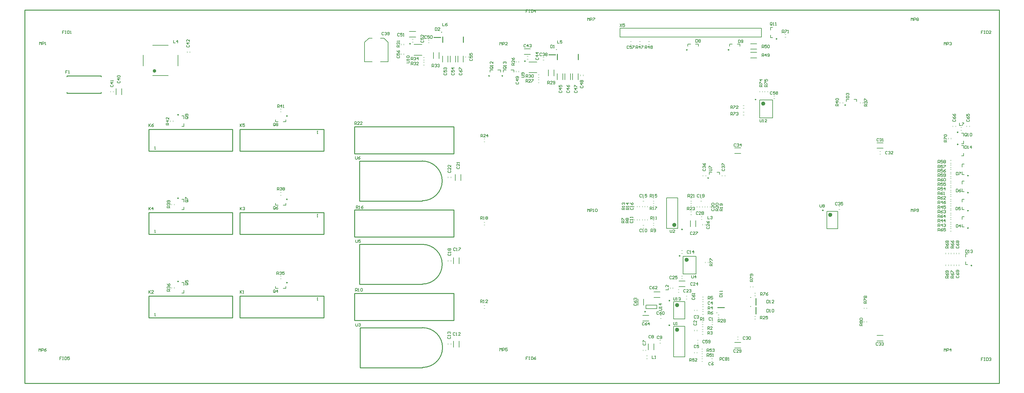
<source format=gto>
G04 Layer_Color=65535*
%FSLAX43Y43*%
%MOMM*%
G71*
G01*
G75*
%ADD30C,0.500*%
%ADD31C,0.250*%
%ADD32C,0.150*%
%ADD35C,0.200*%
%ADD38C,0.254*%
%ADD74C,0.600*%
%ADD75C,0.100*%
D30*
X37500Y89950D02*
G03*
X37500Y89950I-250J0D01*
G01*
D31*
X188250Y36675D02*
G03*
X188250Y36675I-125J0D01*
G01*
X178325Y20625D02*
G03*
X178325Y20625I-125J0D01*
G01*
X137325Y88525D02*
G03*
X137325Y88525I-125J0D01*
G01*
X229400Y49780D02*
G03*
X229400Y49780I-125J0D01*
G01*
X208550Y24700D02*
G03*
X208550Y24700I-50J0D01*
G01*
X210075Y81725D02*
G03*
X210075Y81725I-125J0D01*
G01*
X188950Y44315D02*
G03*
X188950Y44315I-125J0D01*
G01*
X185300Y23780D02*
G03*
X185300Y23780I-125J0D01*
G01*
X110800Y97775D02*
G03*
X110800Y97775I-125J0D01*
G01*
X268150Y72300D02*
G03*
X268150Y72300I-125J0D01*
G01*
X272100Y33900D02*
G03*
X272100Y33900I-125J0D01*
G01*
X152750Y96100D02*
G03*
X152750Y96100I-50J0D01*
G01*
X119750Y101100D02*
G03*
X119750Y101100I-50J0D01*
G01*
X235825Y80125D02*
G03*
X235825Y80125I-125J0D01*
G01*
X271100Y44700D02*
G03*
X271100Y44700I-125J0D01*
G01*
Y49700D02*
G03*
X271100Y49700I-125J0D01*
G01*
Y54900D02*
G03*
X271100Y54900I-125J0D01*
G01*
Y59800D02*
G03*
X271100Y59800I-125J0D01*
G01*
X190325Y96025D02*
G03*
X190325Y96025I-125J0D01*
G01*
X202325D02*
G03*
X202325Y96025I-125J0D01*
G01*
X75425Y28975D02*
G03*
X75425Y28975I-125J0D01*
G01*
X44150Y29300D02*
G03*
X44150Y29300I-125J0D01*
G01*
X75425Y52975D02*
G03*
X75425Y52975I-125J0D01*
G01*
X44150Y53300D02*
G03*
X44150Y53300I-125J0D01*
G01*
X75425Y76975D02*
G03*
X75425Y76975I-125J0D01*
G01*
X44150Y77300D02*
G03*
X44150Y77300I-125J0D01*
G01*
X185300Y16685D02*
G03*
X185300Y16685I-125J0D01*
G01*
X196455Y59095D02*
G03*
X196455Y59095I-125J0D01*
G01*
X143800Y92775D02*
G03*
X143800Y92775I-125J0D01*
G01*
X208550Y22100D02*
G03*
X208550Y22100I-50J0D01*
G01*
X198850Y20300D02*
G03*
X198850Y20300I-50J0D01*
G01*
X216100Y99200D02*
G03*
X216100Y99200I-125J0D01*
G01*
X268150Y68800D02*
G03*
X268150Y68800I-125J0D01*
G01*
X133525Y88525D02*
G03*
X133525Y88525I-125J0D01*
G01*
X210000Y22525D02*
Y24475D01*
X150525Y94600D02*
X152475D01*
X117525Y99600D02*
X119475D01*
X210000Y19925D02*
Y21875D01*
X199025Y21800D02*
X200975D01*
D32*
X42700Y98800D02*
Y98000D01*
X43233D01*
X43900D02*
Y98800D01*
X43500Y98400D01*
X44033D01*
X191600Y31050D02*
Y30383D01*
X191733Y30250D01*
X192000D01*
X192133Y30383D01*
Y31050D01*
X192800Y30250D02*
Y31050D01*
X192400Y30650D01*
X192933D01*
X120026Y103713D02*
Y102913D01*
X120560D01*
X121359Y103713D02*
X121093Y103580D01*
X120826Y103313D01*
Y103047D01*
X120959Y102913D01*
X121226D01*
X121359Y103047D01*
Y103180D01*
X121226Y103313D01*
X120826D01*
X182200Y21000D02*
X182867D01*
X183000Y21133D01*
Y21400D01*
X182867Y21533D01*
X182200D01*
X183000Y21800D02*
Y22066D01*
Y21933D01*
X182200D01*
X182334Y21800D01*
X183000Y22866D02*
X182200D01*
X182600Y22466D01*
Y22999D01*
X138167Y91133D02*
X137634D01*
X137500Y91000D01*
Y90733D01*
X137634Y90600D01*
X138167D01*
X138300Y90733D01*
Y91000D01*
X138033Y90867D02*
X138300Y91133D01*
Y91000D02*
X138167Y91133D01*
X138300Y91400D02*
Y91666D01*
Y91533D01*
X137500D01*
X137634Y91400D01*
Y92066D02*
X137500Y92199D01*
Y92466D01*
X137634Y92599D01*
X137767D01*
X137900Y92466D01*
Y92333D01*
Y92466D01*
X138033Y92599D01*
X138167D01*
X138300Y92466D01*
Y92199D01*
X138167Y92066D01*
X228434Y51491D02*
Y50824D01*
X228567Y50691D01*
X228833D01*
X228967Y50824D01*
Y51491D01*
X229233Y51357D02*
X229367Y51491D01*
X229633D01*
X229766Y51357D01*
Y51224D01*
X229633Y51091D01*
X229766Y50958D01*
Y50824D01*
X229633Y50691D01*
X229367D01*
X229233Y50824D01*
Y50958D01*
X229367Y51091D01*
X229233Y51224D01*
Y51357D01*
X229367Y51091D02*
X229633D01*
X213200Y23900D02*
Y23100D01*
X213600D01*
X213733Y23233D01*
Y23766D01*
X213600Y23900D01*
X213200D01*
X214000Y23100D02*
X214266D01*
X214133D01*
Y23900D01*
X214000Y23766D01*
X215199Y23100D02*
X214666D01*
X215199Y23633D01*
Y23766D01*
X215066Y23900D01*
X214799D01*
X214666Y23766D01*
X240700Y16600D02*
X239900D01*
Y17000D01*
X240034Y17133D01*
X240300D01*
X240433Y17000D01*
Y16600D01*
Y16867D02*
X240700Y17133D01*
X240034Y17400D02*
X239900Y17533D01*
Y17800D01*
X240034Y17933D01*
X240167D01*
X240300Y17800D01*
X240433Y17933D01*
X240567D01*
X240700Y17800D01*
Y17533D01*
X240567Y17400D01*
X240433D01*
X240300Y17533D01*
X240167Y17400D01*
X240034D01*
X240300Y17533D02*
Y17800D01*
X240034Y18199D02*
X239900Y18333D01*
Y18599D01*
X240034Y18733D01*
X240567D01*
X240700Y18599D01*
Y18333D01*
X240567Y18199D01*
X240034D01*
X211200Y76000D02*
Y75333D01*
X211333Y75200D01*
X211600D01*
X211733Y75333D01*
Y76000D01*
X212000Y75200D02*
X212266D01*
X212133D01*
Y76000D01*
X212000Y75866D01*
X213199Y75200D02*
X212666D01*
X213199Y75733D01*
Y75866D01*
X213066Y76000D01*
X212799D01*
X212666Y75866D01*
X12279Y90073D02*
X11746D01*
Y89673D01*
X12013D01*
X11746D01*
Y89274D01*
X12546D02*
X12813D01*
X12679D01*
Y90073D01*
X12546Y89940D01*
X94800Y74500D02*
Y75300D01*
X95200D01*
X95333Y75166D01*
Y74900D01*
X95200Y74767D01*
X94800D01*
X95067D02*
X95333Y74500D01*
X96133D02*
X95600D01*
X96133Y75033D01*
Y75166D01*
X96000Y75300D01*
X95733D01*
X95600Y75166D01*
X96933Y74500D02*
X96399D01*
X96933Y75033D01*
Y75166D01*
X96799Y75300D01*
X96533D01*
X96399Y75166D01*
X196200Y48100D02*
Y47300D01*
X196733D01*
X197000Y47966D02*
X197133Y48100D01*
X197400D01*
X197533Y47966D01*
Y47833D01*
X197400Y47700D01*
X197266D01*
X197400D01*
X197533Y47567D01*
Y47433D01*
X197400Y47300D01*
X197133D01*
X197000Y47433D01*
X103133Y100966D02*
X103000Y101100D01*
X102733D01*
X102600Y100966D01*
Y100433D01*
X102733Y100300D01*
X103000D01*
X103133Y100433D01*
X103400Y100966D02*
X103533Y101100D01*
X103800D01*
X103933Y100966D01*
Y100833D01*
X103800Y100700D01*
X103666D01*
X103800D01*
X103933Y100567D01*
Y100433D01*
X103800Y100300D01*
X103533D01*
X103400Y100433D01*
X104199D02*
X104333Y100300D01*
X104599D01*
X104733Y100433D01*
Y100966D01*
X104599Y101100D01*
X104333D01*
X104199Y100966D01*
Y100833D01*
X104333Y100700D01*
X104733D01*
X171000Y103500D02*
X171533Y102700D01*
Y103500D02*
X171000Y102700D01*
X172333Y103500D02*
X171800D01*
Y103100D01*
X172066Y103233D01*
X172200D01*
X172333Y103100D01*
Y102833D01*
X172200Y102700D01*
X171933D01*
X171800Y102833D01*
X144559Y7588D02*
X144025D01*
Y7188D01*
X144292D01*
X144025D01*
Y6788D01*
X144825Y7588D02*
X145092D01*
X144958D01*
Y6788D01*
X144825D01*
X145092D01*
X145492Y7588D02*
Y6788D01*
X145891D01*
X146025Y6921D01*
Y7454D01*
X145891Y7588D01*
X145492D01*
X146824D02*
X146558Y7454D01*
X146291Y7188D01*
Y6921D01*
X146425Y6788D01*
X146691D01*
X146824Y6921D01*
Y7054D01*
X146691Y7188D01*
X146291D01*
X185400Y44200D02*
Y43533D01*
X185533Y43400D01*
X185800D01*
X185933Y43533D01*
Y44200D01*
X186733Y43400D02*
X186200D01*
X186733Y43933D01*
Y44066D01*
X186600Y44200D01*
X186333D01*
X186200Y44066D01*
X186400Y24700D02*
Y24033D01*
X186533Y23900D01*
X186800D01*
X186933Y24033D01*
Y24700D01*
X187200Y23900D02*
X187466D01*
X187333D01*
Y24700D01*
X187200Y24566D01*
X187866D02*
X187999Y24700D01*
X188266D01*
X188399Y24566D01*
Y24433D01*
X188266Y24300D01*
X188133D01*
X188266D01*
X188399Y24167D01*
Y24033D01*
X188266Y23900D01*
X187999D01*
X187866Y24033D01*
X124934Y89333D02*
X124800Y89200D01*
Y88933D01*
X124934Y88800D01*
X125467D01*
X125600Y88933D01*
Y89200D01*
X125467Y89333D01*
X124800Y90133D02*
X124934Y89866D01*
X125200Y89600D01*
X125467D01*
X125600Y89733D01*
Y90000D01*
X125467Y90133D01*
X125333D01*
X125200Y90000D01*
Y89600D01*
X124800Y90399D02*
Y90933D01*
X124934D01*
X125467Y90399D01*
X125600D01*
X267734Y30933D02*
X267600Y30800D01*
Y30533D01*
X267734Y30400D01*
X268267D01*
X268400Y30533D01*
Y30800D01*
X268267Y30933D01*
X267600Y31733D02*
X267734Y31466D01*
X268000Y31200D01*
X268267D01*
X268400Y31333D01*
Y31600D01*
X268267Y31733D01*
X268133D01*
X268000Y31600D01*
Y31200D01*
X268267Y31999D02*
X268400Y32133D01*
Y32399D01*
X268267Y32533D01*
X267734D01*
X267600Y32399D01*
Y32133D01*
X267734Y31999D01*
X267867D01*
X268000Y32133D01*
Y32533D01*
X95000Y65300D02*
Y64633D01*
X95133Y64500D01*
X95400D01*
X95533Y64633D01*
Y65300D01*
X96333D02*
X96066Y65166D01*
X95800Y64900D01*
Y64633D01*
X95933Y64500D01*
X96200D01*
X96333Y64633D01*
Y64767D01*
X96200Y64900D01*
X95800D01*
X4200Y97500D02*
Y98300D01*
X4467Y98033D01*
X4733Y98300D01*
Y97500D01*
X5000D02*
Y98300D01*
X5400D01*
X5533Y98166D01*
Y97900D01*
X5400Y97767D01*
X5000D01*
X5799Y97500D02*
X6066D01*
X5933D01*
Y98300D01*
X5799Y98166D01*
X161657Y104412D02*
Y105212D01*
X161924Y104945D01*
X162190Y105212D01*
Y104412D01*
X162457D02*
Y105212D01*
X162857D01*
X162990Y105078D01*
Y104812D01*
X162857Y104679D01*
X162457D01*
X163256Y105212D02*
X163790D01*
Y105078D01*
X163256Y104545D01*
Y104412D01*
X211800Y96600D02*
Y97400D01*
X212200D01*
X212333Y97266D01*
Y97000D01*
X212200Y96867D01*
X211800D01*
X212067D02*
X212333Y96600D01*
X213133Y97400D02*
X212600D01*
Y97000D01*
X212866Y97133D01*
X213000D01*
X213133Y97000D01*
Y96733D01*
X213000Y96600D01*
X212733D01*
X212600Y96733D01*
X213399Y97266D02*
X213533Y97400D01*
X213799D01*
X213933Y97266D01*
Y96733D01*
X213799Y96600D01*
X213533D01*
X213399Y96733D01*
Y97266D01*
X109700Y92300D02*
X110367D01*
X110500Y92433D01*
Y92700D01*
X110367Y92833D01*
X109700D01*
X110500Y93100D02*
Y93366D01*
Y93233D01*
X109700D01*
X109834Y93100D01*
Y93766D02*
X109700Y93899D01*
Y94166D01*
X109834Y94299D01*
X110367D01*
X110500Y94166D01*
Y93899D01*
X110367Y93766D01*
X109834D01*
X35622Y74706D02*
Y73907D01*
Y74173D01*
X36155Y74706D01*
X35755Y74306D01*
X36155Y73907D01*
X36955Y74706D02*
X36689Y74573D01*
X36422Y74306D01*
Y74040D01*
X36555Y73907D01*
X36822D01*
X36955Y74040D01*
Y74173D01*
X36822Y74306D01*
X36422D01*
X37300Y67375D02*
X37567D01*
X37433D01*
Y68175D01*
X37300Y68041D01*
X213400Y85400D02*
X212600D01*
Y85800D01*
X212734Y85933D01*
X213000D01*
X213133Y85800D01*
Y85400D01*
Y85667D02*
X213400Y85933D01*
X212600Y86200D02*
Y86733D01*
X212734D01*
X213267Y86200D01*
X213400D01*
X212600Y87533D02*
Y86999D01*
X213000D01*
X212867Y87266D01*
Y87399D01*
X213000Y87533D01*
X213267D01*
X213400Y87399D01*
Y87133D01*
X213267Y86999D01*
X211900Y85400D02*
X211100D01*
Y85800D01*
X211234Y85933D01*
X211500D01*
X211633Y85800D01*
Y85400D01*
Y85667D02*
X211900Y85933D01*
X211100Y86200D02*
Y86733D01*
X211234D01*
X211767Y86200D01*
X211900D01*
Y87399D02*
X211100D01*
X211500Y86999D01*
Y87533D01*
X202800Y77200D02*
Y78000D01*
X203200D01*
X203333Y77866D01*
Y77600D01*
X203200Y77467D01*
X202800D01*
X203067D02*
X203333Y77200D01*
X203600Y78000D02*
X204133D01*
Y77866D01*
X203600Y77333D01*
Y77200D01*
X204399Y77866D02*
X204533Y78000D01*
X204799D01*
X204933Y77866D01*
Y77733D01*
X204799Y77600D01*
X204666D01*
X204799D01*
X204933Y77467D01*
Y77333D01*
X204799Y77200D01*
X204533D01*
X204399Y77333D01*
X202800Y79100D02*
Y79900D01*
X203200D01*
X203333Y79766D01*
Y79500D01*
X203200Y79367D01*
X202800D01*
X203067D02*
X203333Y79100D01*
X203600Y79900D02*
X204133D01*
Y79766D01*
X203600Y79233D01*
Y79100D01*
X204933D02*
X204399D01*
X204933Y79633D01*
Y79766D01*
X204799Y79900D01*
X204533D01*
X204399Y79766D01*
X161657Y49421D02*
Y50221D01*
X161924Y49954D01*
X162190Y50221D01*
Y49421D01*
X162457D02*
Y50221D01*
X162857D01*
X162990Y50087D01*
Y49821D01*
X162857Y49688D01*
X162457D01*
X163256Y49421D02*
X163523D01*
X163390D01*
Y50221D01*
X163256Y50087D01*
X163923D02*
X164056Y50221D01*
X164323D01*
X164456Y50087D01*
Y49554D01*
X164323Y49421D01*
X164056D01*
X163923Y49554D01*
Y50087D01*
X254672Y49421D02*
Y50221D01*
X254938Y49954D01*
X255205Y50221D01*
Y49421D01*
X255472D02*
Y50221D01*
X255871D01*
X256005Y50087D01*
Y49821D01*
X255871Y49688D01*
X255472D01*
X256271Y49554D02*
X256405Y49421D01*
X256671D01*
X256804Y49554D01*
Y50087D01*
X256671Y50221D01*
X256405D01*
X256271Y50087D01*
Y49954D01*
X256405Y49821D01*
X256804D01*
X254646Y104412D02*
Y105212D01*
X254913Y104945D01*
X255180Y105212D01*
Y104412D01*
X255446D02*
Y105212D01*
X255846D01*
X255979Y105078D01*
Y104812D01*
X255846Y104679D01*
X255446D01*
X256246Y105078D02*
X256379Y105212D01*
X256646D01*
X256779Y105078D01*
Y104945D01*
X256646Y104812D01*
X256779Y104679D01*
Y104545D01*
X256646Y104412D01*
X256379D01*
X256246Y104545D01*
Y104679D01*
X256379Y104812D01*
X256246Y104945D01*
Y105078D01*
X256379Y104812D02*
X256646D01*
X4000Y9200D02*
Y10000D01*
X4267Y9733D01*
X4533Y10000D01*
Y9200D01*
X4800D02*
Y10000D01*
X5200D01*
X5333Y9866D01*
Y9600D01*
X5200Y9467D01*
X4800D01*
X6133Y10000D02*
X5866Y9866D01*
X5599Y9600D01*
Y9333D01*
X5733Y9200D01*
X5999D01*
X6133Y9333D01*
Y9467D01*
X5999Y9600D01*
X5599D01*
X136500Y9300D02*
Y10100D01*
X136767Y9833D01*
X137033Y10100D01*
Y9300D01*
X137300D02*
Y10100D01*
X137700D01*
X137833Y9966D01*
Y9700D01*
X137700Y9567D01*
X137300D01*
X138633Y10100D02*
X138099D01*
Y9700D01*
X138366Y9833D01*
X138499D01*
X138633Y9700D01*
Y9433D01*
X138499Y9300D01*
X138233D01*
X138099Y9433D01*
X264100Y9200D02*
Y10000D01*
X264367Y9733D01*
X264633Y10000D01*
Y9200D01*
X264900D02*
Y10000D01*
X265300D01*
X265433Y9866D01*
Y9600D01*
X265300Y9467D01*
X264900D01*
X266099Y9200D02*
Y10000D01*
X265699Y9600D01*
X266233D01*
X264100Y97400D02*
Y98200D01*
X264367Y97933D01*
X264633Y98200D01*
Y97400D01*
X264900D02*
Y98200D01*
X265300D01*
X265433Y98066D01*
Y97800D01*
X265300Y97667D01*
X264900D01*
X265699Y98066D02*
X265833Y98200D01*
X266099D01*
X266233Y98066D01*
Y97933D01*
X266099Y97800D01*
X265966D01*
X266099D01*
X266233Y97667D01*
Y97533D01*
X266099Y97400D01*
X265833D01*
X265699Y97533D01*
X136500Y97400D02*
Y98200D01*
X136767Y97933D01*
X137033Y98200D01*
Y97400D01*
X137300D02*
Y98200D01*
X137700D01*
X137833Y98066D01*
Y97800D01*
X137700Y97667D01*
X137300D01*
X138633Y97400D02*
X138099D01*
X138633Y97933D01*
Y98066D01*
X138499Y98200D01*
X138233D01*
X138099Y98066D01*
X264900Y69500D02*
X264100D01*
Y69900D01*
X264234Y70033D01*
X264500D01*
X264633Y69900D01*
Y69500D01*
Y69767D02*
X264900Y70033D01*
X264100Y70300D02*
Y70833D01*
X264234D01*
X264767Y70300D01*
X264900D01*
X264234Y71099D02*
X264100Y71233D01*
Y71499D01*
X264234Y71633D01*
X264767D01*
X264900Y71499D01*
Y71233D01*
X264767Y71099D01*
X264234D01*
X265400Y30300D02*
X264600D01*
Y30700D01*
X264734Y30833D01*
X265000D01*
X265133Y30700D01*
Y30300D01*
Y30567D02*
X265400Y30833D01*
X264600Y31633D02*
X264734Y31366D01*
X265000Y31100D01*
X265267D01*
X265400Y31233D01*
Y31500D01*
X265267Y31633D01*
X265133D01*
X265000Y31500D01*
Y31100D01*
X265267Y31899D02*
X265400Y32033D01*
Y32299D01*
X265267Y32433D01*
X264734D01*
X264600Y32299D01*
Y32033D01*
X264734Y31899D01*
X264867D01*
X265000Y32033D01*
Y32433D01*
X265400Y38900D02*
X264600D01*
Y39300D01*
X264734Y39433D01*
X265000D01*
X265133Y39300D01*
Y38900D01*
Y39167D02*
X265400Y39433D01*
X264600Y40233D02*
X264734Y39966D01*
X265000Y39700D01*
X265267D01*
X265400Y39833D01*
Y40100D01*
X265267Y40233D01*
X265133D01*
X265000Y40100D01*
Y39700D01*
X264734Y40499D02*
X264600Y40633D01*
Y40899D01*
X264734Y41033D01*
X264867D01*
X265000Y40899D01*
X265133Y41033D01*
X265267D01*
X265400Y40899D01*
Y40633D01*
X265267Y40499D01*
X265133D01*
X265000Y40633D01*
X264867Y40499D01*
X264734D01*
X265000Y40633D02*
Y40899D01*
X266900Y30300D02*
X266100D01*
Y30700D01*
X266234Y30833D01*
X266500D01*
X266633Y30700D01*
Y30300D01*
Y30567D02*
X266900Y30833D01*
X266100Y31633D02*
X266234Y31366D01*
X266500Y31100D01*
X266767D01*
X266900Y31233D01*
Y31500D01*
X266767Y31633D01*
X266633D01*
X266500Y31500D01*
Y31100D01*
X266100Y31899D02*
Y32433D01*
X266234D01*
X266767Y31899D01*
X266900D01*
Y38900D02*
X266100D01*
Y39300D01*
X266234Y39433D01*
X266500D01*
X266633Y39300D01*
Y38900D01*
Y39167D02*
X266900Y39433D01*
X266100Y40233D02*
X266234Y39966D01*
X266500Y39700D01*
X266767D01*
X266900Y39833D01*
Y40100D01*
X266767Y40233D01*
X266633D01*
X266500Y40100D01*
Y39700D01*
X266100Y41033D02*
X266234Y40766D01*
X266500Y40499D01*
X266767D01*
X266900Y40633D01*
Y40899D01*
X266767Y41033D01*
X266633D01*
X266500Y40899D01*
Y40499D01*
X270633Y71333D02*
Y71866D01*
X270500Y72000D01*
X270233D01*
X270100Y71866D01*
Y71333D01*
X270233Y71200D01*
X270500D01*
X270367Y71467D02*
X270633Y71200D01*
X270500D02*
X270633Y71333D01*
X270900Y71200D02*
X271166D01*
X271033D01*
Y72000D01*
X270900Y71866D01*
X271566D02*
X271699Y72000D01*
X271966D01*
X272099Y71866D01*
Y71333D01*
X271966Y71200D01*
X271699D01*
X271566Y71333D01*
Y71866D01*
X268500Y75000D02*
Y74200D01*
X269033D01*
X269300Y75000D02*
X269833D01*
Y74866D01*
X269300Y74333D01*
Y74200D01*
X270300Y38400D02*
Y37600D01*
X270700D01*
X270833Y37733D01*
Y38266D01*
X270700Y38400D01*
X270300D01*
X271100Y37600D02*
X271366D01*
X271233D01*
Y38400D01*
X271100Y38266D01*
X271766D02*
X271899Y38400D01*
X272166D01*
X272299Y38266D01*
Y38133D01*
X272166Y38000D01*
X272033D01*
X272166D01*
X272299Y37867D01*
Y37733D01*
X272166Y37600D01*
X271899D01*
X271766Y37733D01*
X266734Y75933D02*
X266600Y75800D01*
Y75533D01*
X266734Y75400D01*
X267267D01*
X267400Y75533D01*
Y75800D01*
X267267Y75933D01*
X266600Y76733D02*
X266734Y76466D01*
X267000Y76200D01*
X267267D01*
X267400Y76333D01*
Y76600D01*
X267267Y76733D01*
X267133D01*
X267000Y76600D01*
Y76200D01*
X266600Y77533D02*
X266734Y77266D01*
X267000Y76999D01*
X267267D01*
X267400Y77133D01*
Y77399D01*
X267267Y77533D01*
X267133D01*
X267000Y77399D01*
Y76999D01*
X270734Y75933D02*
X270600Y75800D01*
Y75533D01*
X270734Y75400D01*
X271267D01*
X271400Y75533D01*
Y75800D01*
X271267Y75933D01*
X270600Y76733D02*
X270734Y76466D01*
X271000Y76200D01*
X271267D01*
X271400Y76333D01*
Y76600D01*
X271267Y76733D01*
X271133D01*
X271000Y76600D01*
Y76200D01*
X270600Y77533D02*
Y76999D01*
X271000D01*
X270867Y77266D01*
Y77399D01*
X271000Y77533D01*
X271267D01*
X271400Y77399D01*
Y77133D01*
X271267Y76999D01*
X197133Y18766D02*
X197000Y18900D01*
X196733D01*
X196600Y18766D01*
Y18233D01*
X196733Y18100D01*
X197000D01*
X197133Y18233D01*
X197400Y18100D02*
X197666D01*
X197533D01*
Y18900D01*
X197400Y18766D01*
X192334Y17233D02*
X192200Y17100D01*
Y16833D01*
X192334Y16700D01*
X192867D01*
X193000Y16833D01*
Y17100D01*
X192867Y17233D01*
X193000Y18033D02*
Y17500D01*
X192467Y18033D01*
X192334D01*
X192200Y17900D01*
Y17633D01*
X192334Y17500D01*
X192833Y19366D02*
X192700Y19500D01*
X192433D01*
X192300Y19366D01*
Y18833D01*
X192433Y18700D01*
X192700D01*
X192833Y18833D01*
X193100Y19366D02*
X193233Y19500D01*
X193500D01*
X193633Y19366D01*
Y19233D01*
X193500Y19100D01*
X193366D01*
X193500D01*
X193633Y18967D01*
Y18833D01*
X193500Y18700D01*
X193233D01*
X193100Y18833D01*
X196833Y23366D02*
X196700Y23500D01*
X196433D01*
X196300Y23366D01*
Y22833D01*
X196433Y22700D01*
X196700D01*
X196833Y22833D01*
X197500Y22700D02*
Y23500D01*
X197100Y23100D01*
X197633D01*
X192833Y10866D02*
X192700Y11000D01*
X192433D01*
X192300Y10866D01*
Y10333D01*
X192433Y10200D01*
X192700D01*
X192833Y10333D01*
X193633Y11000D02*
X193100D01*
Y10600D01*
X193366Y10733D01*
X193500D01*
X193633Y10600D01*
Y10333D01*
X193500Y10200D01*
X193233D01*
X193100Y10333D01*
X197033Y5866D02*
X196900Y6000D01*
X196633D01*
X196500Y5866D01*
Y5333D01*
X196633Y5200D01*
X196900D01*
X197033Y5333D01*
X197833Y6000D02*
X197566Y5866D01*
X197300Y5600D01*
Y5333D01*
X197433Y5200D01*
X197700D01*
X197833Y5333D01*
Y5467D01*
X197700Y5600D01*
X197300D01*
X177734Y11533D02*
X177600Y11400D01*
Y11133D01*
X177734Y11000D01*
X178267D01*
X178400Y11133D01*
Y11400D01*
X178267Y11533D01*
X177600Y11800D02*
Y12333D01*
X177734D01*
X178267Y11800D01*
X178400D01*
X179833Y13666D02*
X179700Y13800D01*
X179433D01*
X179300Y13666D01*
Y13133D01*
X179433Y13000D01*
X179700D01*
X179833Y13133D01*
X180100Y13666D02*
X180233Y13800D01*
X180500D01*
X180633Y13666D01*
Y13533D01*
X180500Y13400D01*
X180633Y13267D01*
Y13133D01*
X180500Y13000D01*
X180233D01*
X180100Y13133D01*
Y13267D01*
X180233Y13400D01*
X180100Y13533D01*
Y13666D01*
X180233Y13400D02*
X180500D01*
X182233Y13466D02*
X182100Y13600D01*
X181833D01*
X181700Y13466D01*
Y12933D01*
X181833Y12800D01*
X182100D01*
X182233Y12933D01*
X182500D02*
X182633Y12800D01*
X182900D01*
X183033Y12933D01*
Y13466D01*
X182900Y13600D01*
X182633D01*
X182500Y13466D01*
Y13333D01*
X182633Y13200D01*
X183033D01*
X177233Y44266D02*
X177100Y44400D01*
X176833D01*
X176700Y44266D01*
Y43733D01*
X176833Y43600D01*
X177100D01*
X177233Y43733D01*
X177500Y43600D02*
X177766D01*
X177633D01*
Y44400D01*
X177500Y44266D01*
X178166D02*
X178299Y44400D01*
X178566D01*
X178699Y44266D01*
Y43733D01*
X178566Y43600D01*
X178299D01*
X178166Y43733D01*
Y44266D01*
X174034Y46733D02*
X173900Y46600D01*
Y46333D01*
X174034Y46200D01*
X174567D01*
X174700Y46333D01*
Y46600D01*
X174567Y46733D01*
X174700Y47000D02*
Y47266D01*
Y47133D01*
X173900D01*
X174034Y47000D01*
X174700Y47666D02*
Y47933D01*
Y47799D01*
X173900D01*
X174034Y47666D01*
X123633Y14466D02*
X123500Y14600D01*
X123233D01*
X123100Y14466D01*
Y13933D01*
X123233Y13800D01*
X123500D01*
X123633Y13933D01*
X123900Y13800D02*
X124166D01*
X124033D01*
Y14600D01*
X123900Y14466D01*
X125099Y13800D02*
X124566D01*
X125099Y14333D01*
Y14466D01*
X124966Y14600D01*
X124699D01*
X124566Y14466D01*
X121634Y13333D02*
X121500Y13200D01*
Y12933D01*
X121634Y12800D01*
X122167D01*
X122300Y12933D01*
Y13200D01*
X122167Y13333D01*
X122300Y13600D02*
Y13866D01*
Y13733D01*
X121500D01*
X121634Y13600D01*
Y14266D02*
X121500Y14399D01*
Y14666D01*
X121634Y14799D01*
X121767D01*
X121900Y14666D01*
Y14533D01*
Y14666D01*
X122033Y14799D01*
X122167D01*
X122300Y14666D01*
Y14399D01*
X122167Y14266D01*
X190833Y38066D02*
X190700Y38200D01*
X190433D01*
X190300Y38066D01*
Y37533D01*
X190433Y37400D01*
X190700D01*
X190833Y37533D01*
X191100Y37400D02*
X191366D01*
X191233D01*
Y38200D01*
X191100Y38066D01*
X192166Y37400D02*
Y38200D01*
X191766Y37800D01*
X192299D01*
X177233Y54266D02*
X177100Y54400D01*
X176833D01*
X176700Y54266D01*
Y53733D01*
X176833Y53600D01*
X177100D01*
X177233Y53733D01*
X177500Y53600D02*
X177766D01*
X177633D01*
Y54400D01*
X177500Y54266D01*
X178699Y54400D02*
X178166D01*
Y54000D01*
X178433Y54133D01*
X178566D01*
X178699Y54000D01*
Y53733D01*
X178566Y53600D01*
X178299D01*
X178166Y53733D01*
X174134Y50533D02*
X174000Y50400D01*
Y50133D01*
X174134Y50000D01*
X174667D01*
X174800Y50133D01*
Y50400D01*
X174667Y50533D01*
X174800Y50800D02*
Y51066D01*
Y50933D01*
X174000D01*
X174134Y50800D01*
X174000Y51999D02*
X174134Y51733D01*
X174400Y51466D01*
X174667D01*
X174800Y51599D01*
Y51866D01*
X174667Y51999D01*
X174533D01*
X174400Y51866D01*
Y51466D01*
X123735Y38835D02*
X123601Y38969D01*
X123335D01*
X123201Y38835D01*
Y38302D01*
X123335Y38169D01*
X123601D01*
X123735Y38302D01*
X124001Y38169D02*
X124268D01*
X124134D01*
Y38969D01*
X124001Y38835D01*
X124668Y38969D02*
X125201D01*
Y38835D01*
X124668Y38302D01*
Y38169D01*
X121734Y37333D02*
X121600Y37200D01*
Y36933D01*
X121734Y36800D01*
X122267D01*
X122400Y36933D01*
Y37200D01*
X122267Y37333D01*
X122400Y37600D02*
Y37866D01*
Y37733D01*
X121600D01*
X121734Y37600D01*
Y38266D02*
X121600Y38399D01*
Y38666D01*
X121734Y38799D01*
X121867D01*
X122000Y38666D01*
X122133Y38799D01*
X122267D01*
X122400Y38666D01*
Y38399D01*
X122267Y38266D01*
X122133D01*
X122000Y38399D01*
X121867Y38266D01*
X121734D01*
X122000Y38399D02*
Y38666D01*
X193733Y54266D02*
X193600Y54400D01*
X193333D01*
X193200Y54266D01*
Y53733D01*
X193333Y53600D01*
X193600D01*
X193733Y53733D01*
X194000Y53600D02*
X194266D01*
X194133D01*
Y54400D01*
X194000Y54266D01*
X194666Y53733D02*
X194799Y53600D01*
X195066D01*
X195199Y53733D01*
Y54266D01*
X195066Y54400D01*
X194799D01*
X194666Y54266D01*
Y54133D01*
X194799Y54000D01*
X195199D01*
X197434Y50233D02*
X197300Y50100D01*
Y49833D01*
X197434Y49700D01*
X197967D01*
X198100Y49833D01*
Y50100D01*
X197967Y50233D01*
X198100Y51033D02*
Y50500D01*
X197567Y51033D01*
X197434D01*
X197300Y50900D01*
Y50633D01*
X197434Y50500D01*
Y51299D02*
X197300Y51433D01*
Y51699D01*
X197434Y51833D01*
X197967D01*
X198100Y51699D01*
Y51433D01*
X197967Y51299D01*
X197434D01*
X124234Y62333D02*
X124100Y62200D01*
Y61933D01*
X124234Y61800D01*
X124767D01*
X124900Y61933D01*
Y62200D01*
X124767Y62333D01*
X124900Y63133D02*
Y62600D01*
X124367Y63133D01*
X124234D01*
X124100Y63000D01*
Y62733D01*
X124234Y62600D01*
X124900Y63399D02*
Y63666D01*
Y63533D01*
X124100D01*
X124234Y63399D01*
X121734Y61233D02*
X121600Y61100D01*
Y60833D01*
X121734Y60700D01*
X122267D01*
X122400Y60833D01*
Y61100D01*
X122267Y61233D01*
X122400Y62033D02*
Y61500D01*
X121867Y62033D01*
X121734D01*
X121600Y61900D01*
Y61633D01*
X121734Y61500D01*
X122400Y62833D02*
Y62299D01*
X121867Y62833D01*
X121734D01*
X121600Y62699D01*
Y62433D01*
X121734Y62299D01*
X189833Y26866D02*
X189700Y27000D01*
X189433D01*
X189300Y26866D01*
Y26333D01*
X189433Y26200D01*
X189700D01*
X189833Y26333D01*
X190633Y26200D02*
X190100D01*
X190633Y26733D01*
Y26866D01*
X190500Y27000D01*
X190233D01*
X190100Y26866D01*
X190899D02*
X191033Y27000D01*
X191299D01*
X191433Y26866D01*
Y26733D01*
X191299Y26600D01*
X191166D01*
X191299D01*
X191433Y26467D01*
Y26333D01*
X191299Y26200D01*
X191033D01*
X190899Y26333D01*
X191833Y28866D02*
X191700Y29000D01*
X191433D01*
X191300Y28866D01*
Y28333D01*
X191433Y28200D01*
X191700D01*
X191833Y28333D01*
X192633Y28200D02*
X192100D01*
X192633Y28733D01*
Y28866D01*
X192500Y29000D01*
X192233D01*
X192100Y28866D01*
X193299Y28200D02*
Y29000D01*
X192899Y28600D01*
X193433D01*
X185833Y30716D02*
X185700Y30850D01*
X185433D01*
X185300Y30716D01*
Y30183D01*
X185433Y30050D01*
X185700D01*
X185833Y30183D01*
X186633Y30050D02*
X186100D01*
X186633Y30583D01*
Y30716D01*
X186500Y30850D01*
X186233D01*
X186100Y30716D01*
X187433Y30850D02*
X186899D01*
Y30450D01*
X187166Y30583D01*
X187299D01*
X187433Y30450D01*
Y30183D01*
X187299Y30050D01*
X187033D01*
X186899Y30183D01*
X196034Y45033D02*
X195900Y44900D01*
Y44633D01*
X196034Y44500D01*
X196567D01*
X196700Y44633D01*
Y44900D01*
X196567Y45033D01*
X196700Y45833D02*
Y45300D01*
X196167Y45833D01*
X196034D01*
X195900Y45700D01*
Y45433D01*
X196034Y45300D01*
X195900Y46633D02*
X196034Y46366D01*
X196300Y46099D01*
X196567D01*
X196700Y46233D01*
Y46499D01*
X196567Y46633D01*
X196433D01*
X196300Y46499D01*
Y46099D01*
X191733Y43466D02*
X191600Y43600D01*
X191333D01*
X191200Y43466D01*
Y42933D01*
X191333Y42800D01*
X191600D01*
X191733Y42933D01*
X192533Y42800D02*
X192000D01*
X192533Y43333D01*
Y43466D01*
X192400Y43600D01*
X192133D01*
X192000Y43466D01*
X192799Y43600D02*
X193333D01*
Y43466D01*
X192799Y42933D01*
Y42800D01*
X193433Y49266D02*
X193300Y49400D01*
X193033D01*
X192900Y49266D01*
Y48733D01*
X193033Y48600D01*
X193300D01*
X193433Y48733D01*
X194233Y48600D02*
X193700D01*
X194233Y49133D01*
Y49266D01*
X194100Y49400D01*
X193833D01*
X193700Y49266D01*
X194499D02*
X194633Y49400D01*
X194899D01*
X195033Y49266D01*
Y49133D01*
X194899Y49000D01*
X195033Y48867D01*
Y48733D01*
X194899Y48600D01*
X194633D01*
X194499Y48733D01*
Y48867D01*
X194633Y49000D01*
X194499Y49133D01*
Y49266D01*
X194633Y49000D02*
X194899D01*
X204233Y9566D02*
X204100Y9700D01*
X203833D01*
X203700Y9566D01*
Y9033D01*
X203833Y8900D01*
X204100D01*
X204233Y9033D01*
X205033Y8900D02*
X204500D01*
X205033Y9433D01*
Y9566D01*
X204900Y9700D01*
X204633D01*
X204500Y9566D01*
X205299Y9033D02*
X205433Y8900D01*
X205699D01*
X205833Y9033D01*
Y9566D01*
X205699Y9700D01*
X205433D01*
X205299Y9566D01*
Y9433D01*
X205433Y9300D01*
X205833D01*
X206933Y13266D02*
X206800Y13400D01*
X206533D01*
X206400Y13266D01*
Y12733D01*
X206533Y12600D01*
X206800D01*
X206933Y12733D01*
X207200Y13266D02*
X207333Y13400D01*
X207600D01*
X207733Y13266D01*
Y13133D01*
X207600Y13000D01*
X207466D01*
X207600D01*
X207733Y12867D01*
Y12733D01*
X207600Y12600D01*
X207333D01*
X207200Y12733D01*
X207999Y13266D02*
X208133Y13400D01*
X208399D01*
X208533Y13266D01*
Y12733D01*
X208399Y12600D01*
X208133D01*
X207999Y12733D01*
Y13266D01*
X245333Y70366D02*
X245200Y70500D01*
X244933D01*
X244800Y70366D01*
Y69833D01*
X244933Y69700D01*
X245200D01*
X245333Y69833D01*
X245600Y70366D02*
X245733Y70500D01*
X246000D01*
X246133Y70366D01*
Y70233D01*
X246000Y70100D01*
X245866D01*
X246000D01*
X246133Y69967D01*
Y69833D01*
X246000Y69700D01*
X245733D01*
X245600Y69833D01*
X246399Y69700D02*
X246666D01*
X246533D01*
Y70500D01*
X246399Y70366D01*
X247833Y66666D02*
X247700Y66800D01*
X247433D01*
X247300Y66666D01*
Y66133D01*
X247433Y66000D01*
X247700D01*
X247833Y66133D01*
X248100Y66666D02*
X248233Y66800D01*
X248500D01*
X248633Y66666D01*
Y66533D01*
X248500Y66400D01*
X248366D01*
X248500D01*
X248633Y66267D01*
Y66133D01*
X248500Y66000D01*
X248233D01*
X248100Y66133D01*
X249433Y66000D02*
X248899D01*
X249433Y66533D01*
Y66666D01*
X249299Y66800D01*
X249033D01*
X248899Y66666D01*
X245133Y11566D02*
X245000Y11700D01*
X244733D01*
X244600Y11566D01*
Y11033D01*
X244733Y10900D01*
X245000D01*
X245133Y11033D01*
X245400Y11566D02*
X245533Y11700D01*
X245800D01*
X245933Y11566D01*
Y11433D01*
X245800Y11300D01*
X245666D01*
X245800D01*
X245933Y11167D01*
Y11033D01*
X245800Y10900D01*
X245533D01*
X245400Y11033D01*
X246199Y11566D02*
X246333Y11700D01*
X246599D01*
X246733Y11566D01*
Y11433D01*
X246599Y11300D01*
X246466D01*
X246599D01*
X246733Y11167D01*
Y11033D01*
X246599Y10900D01*
X246333D01*
X246199Y11033D01*
X204333Y68866D02*
X204200Y69000D01*
X203933D01*
X203800Y68866D01*
Y68333D01*
X203933Y68200D01*
X204200D01*
X204333Y68333D01*
X204600Y68866D02*
X204733Y69000D01*
X205000D01*
X205133Y68866D01*
Y68733D01*
X205000Y68600D01*
X204866D01*
X205000D01*
X205133Y68467D01*
Y68333D01*
X205000Y68200D01*
X204733D01*
X204600Y68333D01*
X205799Y68200D02*
Y69000D01*
X205399Y68600D01*
X205933D01*
X233433Y51966D02*
X233300Y52100D01*
X233033D01*
X232900Y51966D01*
Y51433D01*
X233033Y51300D01*
X233300D01*
X233433Y51433D01*
X233700Y51966D02*
X233833Y52100D01*
X234100D01*
X234233Y51966D01*
Y51833D01*
X234100Y51700D01*
X233966D01*
X234100D01*
X234233Y51567D01*
Y51433D01*
X234100Y51300D01*
X233833D01*
X233700Y51433D01*
X235033Y52100D02*
X234499D01*
Y51700D01*
X234766Y51833D01*
X234899D01*
X235033Y51700D01*
Y51433D01*
X234899Y51300D01*
X234633D01*
X234499Y51433D01*
X194934Y61733D02*
X194800Y61600D01*
Y61333D01*
X194934Y61200D01*
X195467D01*
X195600Y61333D01*
Y61600D01*
X195467Y61733D01*
X194934Y62000D02*
X194800Y62133D01*
Y62400D01*
X194934Y62533D01*
X195067D01*
X195200Y62400D01*
Y62266D01*
Y62400D01*
X195333Y62533D01*
X195467D01*
X195600Y62400D01*
Y62133D01*
X195467Y62000D01*
X194800Y63333D02*
X194934Y63066D01*
X195200Y62799D01*
X195467D01*
X195600Y62933D01*
Y63199D01*
X195467Y63333D01*
X195333D01*
X195200Y63199D01*
Y62799D01*
X200434Y61733D02*
X200300Y61600D01*
Y61333D01*
X200434Y61200D01*
X200967D01*
X201100Y61333D01*
Y61600D01*
X200967Y61733D01*
X200434Y62000D02*
X200300Y62133D01*
Y62400D01*
X200434Y62533D01*
X200567D01*
X200700Y62400D01*
Y62266D01*
Y62400D01*
X200833Y62533D01*
X200967D01*
X201100Y62400D01*
Y62133D01*
X200967Y62000D01*
X200300Y62799D02*
Y63333D01*
X200434D01*
X200967Y62799D01*
X201100D01*
X148533Y94966D02*
X148400Y95100D01*
X148133D01*
X148000Y94966D01*
Y94433D01*
X148133Y94300D01*
X148400D01*
X148533Y94433D01*
X148800Y94966D02*
X148933Y95100D01*
X149200D01*
X149333Y94966D01*
Y94833D01*
X149200Y94700D01*
X149066D01*
X149200D01*
X149333Y94567D01*
Y94433D01*
X149200Y94300D01*
X148933D01*
X148800Y94433D01*
X149599Y94966D02*
X149733Y95100D01*
X149999D01*
X150133Y94966D01*
Y94833D01*
X149999Y94700D01*
X150133Y94567D01*
Y94433D01*
X149999Y94300D01*
X149733D01*
X149599Y94433D01*
Y94567D01*
X149733Y94700D01*
X149599Y94833D01*
Y94966D01*
X149733Y94700D02*
X149999D01*
X26734Y87033D02*
X26600Y86900D01*
Y86633D01*
X26734Y86500D01*
X27267D01*
X27400Y86633D01*
Y86900D01*
X27267Y87033D01*
X27400Y87700D02*
X26600D01*
X27000Y87300D01*
Y87833D01*
X26734Y88099D02*
X26600Y88233D01*
Y88499D01*
X26734Y88633D01*
X27267D01*
X27400Y88499D01*
Y88233D01*
X27267Y88099D01*
X26734D01*
X24734Y85933D02*
X24600Y85800D01*
Y85533D01*
X24734Y85400D01*
X25267D01*
X25400Y85533D01*
Y85800D01*
X25267Y85933D01*
X25400Y86600D02*
X24600D01*
X25000Y86200D01*
Y86733D01*
X25400Y86999D02*
Y87266D01*
Y87133D01*
X24600D01*
X24734Y86999D01*
X46634Y97333D02*
X46500Y97200D01*
Y96933D01*
X46634Y96800D01*
X47167D01*
X47300Y96933D01*
Y97200D01*
X47167Y97333D01*
X47300Y98000D02*
X46500D01*
X46900Y97600D01*
Y98133D01*
X47300Y98933D02*
Y98400D01*
X46767Y98933D01*
X46634D01*
X46500Y98799D01*
Y98533D01*
X46634Y98400D01*
X143933Y97466D02*
X143800Y97600D01*
X143533D01*
X143400Y97466D01*
Y96933D01*
X143533Y96800D01*
X143800D01*
X143933Y96933D01*
X144600Y96800D02*
Y97600D01*
X144200Y97200D01*
X144733D01*
X144999Y97466D02*
X145133Y97600D01*
X145399D01*
X145533Y97466D01*
Y97333D01*
X145399Y97200D01*
X145266D01*
X145399D01*
X145533Y97067D01*
Y96933D01*
X145399Y96800D01*
X145133D01*
X144999Y96933D01*
X146934Y93733D02*
X146800Y93600D01*
Y93333D01*
X146934Y93200D01*
X147467D01*
X147600Y93333D01*
Y93600D01*
X147467Y93733D01*
X147600Y94400D02*
X146800D01*
X147200Y94000D01*
Y94533D01*
X147600Y95199D02*
X146800D01*
X147200Y94799D01*
Y95333D01*
X153634Y84233D02*
X153500Y84100D01*
Y83833D01*
X153634Y83700D01*
X154167D01*
X154300Y83833D01*
Y84100D01*
X154167Y84233D01*
X154300Y84900D02*
X153500D01*
X153900Y84500D01*
Y85033D01*
X153500Y85833D02*
Y85299D01*
X153900D01*
X153767Y85566D01*
Y85699D01*
X153900Y85833D01*
X154167D01*
X154300Y85699D01*
Y85433D01*
X154167Y85299D01*
X155834Y84233D02*
X155700Y84100D01*
Y83833D01*
X155834Y83700D01*
X156367D01*
X156500Y83833D01*
Y84100D01*
X156367Y84233D01*
X156500Y84900D02*
X155700D01*
X156100Y84500D01*
Y85033D01*
X155700Y85833D02*
X155834Y85566D01*
X156100Y85299D01*
X156367D01*
X156500Y85433D01*
Y85699D01*
X156367Y85833D01*
X156233D01*
X156100Y85699D01*
Y85299D01*
X158034Y84233D02*
X157900Y84100D01*
Y83833D01*
X158034Y83700D01*
X158567D01*
X158700Y83833D01*
Y84100D01*
X158567Y84233D01*
X158700Y84900D02*
X157900D01*
X158300Y84500D01*
Y85033D01*
X157900Y85299D02*
Y85833D01*
X158034D01*
X158567Y85299D01*
X158700D01*
X159734Y85633D02*
X159600Y85500D01*
Y85233D01*
X159734Y85100D01*
X160267D01*
X160400Y85233D01*
Y85500D01*
X160267Y85633D01*
X160400Y86300D02*
X159600D01*
X160000Y85900D01*
Y86433D01*
X159734Y86699D02*
X159600Y86833D01*
Y87099D01*
X159734Y87233D01*
X159867D01*
X160000Y87099D01*
X160133Y87233D01*
X160267D01*
X160400Y87099D01*
Y86833D01*
X160267Y86699D01*
X160133D01*
X160000Y86833D01*
X159867Y86699D01*
X159734D01*
X160000Y86833D02*
Y87099D01*
X141234Y86733D02*
X141100Y86600D01*
Y86333D01*
X141234Y86200D01*
X141767D01*
X141900Y86333D01*
Y86600D01*
X141767Y86733D01*
X141900Y87400D02*
X141100D01*
X141500Y87000D01*
Y87533D01*
X141767Y87799D02*
X141900Y87933D01*
Y88199D01*
X141767Y88333D01*
X141234D01*
X141100Y88199D01*
Y87933D01*
X141234Y87799D01*
X141367D01*
X141500Y87933D01*
Y88333D01*
X115433Y99966D02*
X115300Y100100D01*
X115033D01*
X114900Y99966D01*
Y99433D01*
X115033Y99300D01*
X115300D01*
X115433Y99433D01*
X116233Y100100D02*
X115700D01*
Y99700D01*
X115966Y99833D01*
X116100D01*
X116233Y99700D01*
Y99433D01*
X116100Y99300D01*
X115833D01*
X115700Y99433D01*
X116499Y99966D02*
X116633Y100100D01*
X116899D01*
X117033Y99966D01*
Y99433D01*
X116899Y99300D01*
X116633D01*
X116499Y99433D01*
Y99966D01*
X107633Y100666D02*
X107500Y100800D01*
X107233D01*
X107100Y100666D01*
Y100133D01*
X107233Y100000D01*
X107500D01*
X107633Y100133D01*
X108433Y100800D02*
X107900D01*
Y100400D01*
X108166Y100533D01*
X108300D01*
X108433Y100400D01*
Y100133D01*
X108300Y100000D01*
X108033D01*
X107900Y100133D01*
X108699Y100000D02*
X108966D01*
X108833D01*
Y100800D01*
X108699Y100666D01*
X113934Y98733D02*
X113800Y98600D01*
Y98333D01*
X113934Y98200D01*
X114467D01*
X114600Y98333D01*
Y98600D01*
X114467Y98733D01*
X113800Y99533D02*
Y99000D01*
X114200D01*
X114067Y99266D01*
Y99400D01*
X114200Y99533D01*
X114467D01*
X114600Y99400D01*
Y99133D01*
X114467Y99000D01*
X114600Y100333D02*
Y99799D01*
X114067Y100333D01*
X113934D01*
X113800Y100199D01*
Y99933D01*
X113934Y99799D01*
X120534Y89333D02*
X120400Y89200D01*
Y88933D01*
X120534Y88800D01*
X121067D01*
X121200Y88933D01*
Y89200D01*
X121067Y89333D01*
X120400Y90133D02*
Y89600D01*
X120800D01*
X120667Y89866D01*
Y90000D01*
X120800Y90133D01*
X121067D01*
X121200Y90000D01*
Y89733D01*
X121067Y89600D01*
X120534Y90399D02*
X120400Y90533D01*
Y90799D01*
X120534Y90933D01*
X120667D01*
X120800Y90799D01*
Y90666D01*
Y90799D01*
X120933Y90933D01*
X121067D01*
X121200Y90799D01*
Y90533D01*
X121067Y90399D01*
X122734Y89333D02*
X122600Y89200D01*
Y88933D01*
X122734Y88800D01*
X123267D01*
X123400Y88933D01*
Y89200D01*
X123267Y89333D01*
X122600Y90133D02*
Y89600D01*
X123000D01*
X122867Y89866D01*
Y90000D01*
X123000Y90133D01*
X123267D01*
X123400Y90000D01*
Y89733D01*
X123267Y89600D01*
X123400Y90799D02*
X122600D01*
X123000Y90399D01*
Y90933D01*
X127934Y93433D02*
X127800Y93300D01*
Y93033D01*
X127934Y92900D01*
X128467D01*
X128600Y93033D01*
Y93300D01*
X128467Y93433D01*
X127800Y94233D02*
Y93700D01*
X128200D01*
X128067Y93966D01*
Y94100D01*
X128200Y94233D01*
X128467D01*
X128600Y94100D01*
Y93833D01*
X128467Y93700D01*
X127800Y95033D02*
Y94499D01*
X128200D01*
X128067Y94766D01*
Y94899D01*
X128200Y95033D01*
X128467D01*
X128600Y94899D01*
Y94633D01*
X128467Y94499D01*
X107034Y94233D02*
X106900Y94100D01*
Y93833D01*
X107034Y93700D01*
X107567D01*
X107700Y93833D01*
Y94100D01*
X107567Y94233D01*
X106900Y95033D02*
Y94500D01*
X107300D01*
X107167Y94766D01*
Y94900D01*
X107300Y95033D01*
X107567D01*
X107700Y94900D01*
Y94633D01*
X107567Y94500D01*
X106900Y95833D02*
X107034Y95566D01*
X107300Y95299D01*
X107567D01*
X107700Y95433D01*
Y95699D01*
X107567Y95833D01*
X107433D01*
X107300Y95699D01*
Y95299D01*
X173533Y97066D02*
X173400Y97200D01*
X173133D01*
X173000Y97066D01*
Y96533D01*
X173133Y96400D01*
X173400D01*
X173533Y96533D01*
X174333Y97200D02*
X173800D01*
Y96800D01*
X174066Y96933D01*
X174200D01*
X174333Y96800D01*
Y96533D01*
X174200Y96400D01*
X173933D01*
X173800Y96533D01*
X174599Y97200D02*
X175133D01*
Y97066D01*
X174599Y96533D01*
Y96400D01*
X214733Y83866D02*
X214600Y84000D01*
X214333D01*
X214200Y83866D01*
Y83333D01*
X214333Y83200D01*
X214600D01*
X214733Y83333D01*
X215533Y84000D02*
X215000D01*
Y83600D01*
X215266Y83733D01*
X215400D01*
X215533Y83600D01*
Y83333D01*
X215400Y83200D01*
X215133D01*
X215000Y83333D01*
X215799Y83866D02*
X215933Y84000D01*
X216199D01*
X216333Y83866D01*
Y83733D01*
X216199Y83600D01*
X216333Y83467D01*
Y83333D01*
X216199Y83200D01*
X215933D01*
X215799Y83333D01*
Y83467D01*
X215933Y83600D01*
X215799Y83733D01*
Y83866D01*
X215933Y83600D02*
X216199D01*
X151100Y97400D02*
Y96600D01*
X151500D01*
X151633Y96733D01*
Y97266D01*
X151500Y97400D01*
X151100D01*
X151900Y96600D02*
X152166D01*
X152033D01*
Y97400D01*
X151900Y97266D01*
X117900Y102400D02*
Y101600D01*
X118300D01*
X118433Y101733D01*
Y102266D01*
X118300Y102400D01*
X117900D01*
X119233Y101600D02*
X118700D01*
X119233Y102133D01*
Y102266D01*
X119100Y102400D01*
X118833D01*
X118700Y102266D01*
X236000Y82200D02*
X236800D01*
Y82600D01*
X236667Y82733D01*
X236134D01*
X236000Y82600D01*
Y82200D01*
X236134Y83000D02*
X236000Y83133D01*
Y83400D01*
X236134Y83533D01*
X236267D01*
X236400Y83400D01*
Y83266D01*
Y83400D01*
X236534Y83533D01*
X236667D01*
X236800Y83400D01*
Y83133D01*
X236667Y83000D01*
X267600Y45700D02*
Y44900D01*
X268000D01*
X268133Y45033D01*
Y45566D01*
X268000Y45700D01*
X267600D01*
X268800Y44900D02*
Y45700D01*
X268400Y45300D01*
X268933D01*
X267500Y50700D02*
Y49900D01*
X267900D01*
X268033Y50033D01*
Y50566D01*
X267900Y50700D01*
X267500D01*
X268833D02*
X268300D01*
Y50300D01*
X268566Y50433D01*
X268700D01*
X268833Y50300D01*
Y50033D01*
X268700Y49900D01*
X268433D01*
X268300Y50033D01*
X267600Y55900D02*
Y55100D01*
X268000D01*
X268133Y55233D01*
Y55766D01*
X268000Y55900D01*
X267600D01*
X268933D02*
X268666Y55766D01*
X268400Y55500D01*
Y55233D01*
X268533Y55100D01*
X268800D01*
X268933Y55233D01*
Y55367D01*
X268800Y55500D01*
X268400D01*
X267600Y60800D02*
Y60000D01*
X268000D01*
X268133Y60133D01*
Y60666D01*
X268000Y60800D01*
X267600D01*
X268400D02*
X268933D01*
Y60666D01*
X268400Y60133D01*
Y60000D01*
X192800Y99000D02*
Y98200D01*
X193200D01*
X193333Y98333D01*
Y98866D01*
X193200Y99000D01*
X192800D01*
X193600Y98866D02*
X193733Y99000D01*
X194000D01*
X194133Y98866D01*
Y98733D01*
X194000Y98600D01*
X194133Y98467D01*
Y98333D01*
X194000Y98200D01*
X193733D01*
X193600Y98333D01*
Y98467D01*
X193733Y98600D01*
X193600Y98733D01*
Y98866D01*
X193733Y98600D02*
X194000D01*
X205015Y98875D02*
Y98076D01*
X205415D01*
X205548Y98209D01*
Y98742D01*
X205415Y98875D01*
X205015D01*
X205815Y98209D02*
X205948Y98076D01*
X206215D01*
X206348Y98209D01*
Y98742D01*
X206215Y98875D01*
X205948D01*
X205815Y98742D01*
Y98609D01*
X205948Y98475D01*
X206348D01*
X11333Y101500D02*
X10800D01*
Y101100D01*
X11067D01*
X10800D01*
Y100700D01*
X11600Y101500D02*
X11866D01*
X11733D01*
Y100700D01*
X11600D01*
X11866D01*
X12266Y101500D02*
Y100700D01*
X12666D01*
X12799Y100833D01*
Y101366D01*
X12666Y101500D01*
X12266D01*
X13066Y100700D02*
X13333D01*
X13199D01*
Y101500D01*
X13066Y101366D01*
X275333Y101500D02*
X274800D01*
Y101100D01*
X275067D01*
X274800D01*
Y100700D01*
X275600Y101500D02*
X275866D01*
X275733D01*
Y100700D01*
X275600D01*
X275866D01*
X276266Y101500D02*
Y100700D01*
X276666D01*
X276799Y100833D01*
Y101366D01*
X276666Y101500D01*
X276266D01*
X277599Y100700D02*
X277066D01*
X277599Y101233D01*
Y101366D01*
X277466Y101500D01*
X277199D01*
X277066Y101366D01*
X275333Y7300D02*
X274800D01*
Y6900D01*
X275067D01*
X274800D01*
Y6500D01*
X275600Y7300D02*
X275866D01*
X275733D01*
Y6500D01*
X275600D01*
X275866D01*
X276266Y7300D02*
Y6500D01*
X276666D01*
X276799Y6633D01*
Y7166D01*
X276666Y7300D01*
X276266D01*
X277066Y7166D02*
X277199Y7300D01*
X277466D01*
X277599Y7166D01*
Y7033D01*
X277466Y6900D01*
X277333D01*
X277466D01*
X277599Y6767D01*
Y6633D01*
X277466Y6500D01*
X277199D01*
X277066Y6633D01*
X61835Y26700D02*
Y25901D01*
Y26167D01*
X62368Y26700D01*
X61968Y26300D01*
X62368Y25901D01*
X62635D02*
X62901D01*
X62768D01*
Y26700D01*
X62635Y26567D01*
X84200Y24625D02*
X83933D01*
X84067D01*
Y23825D01*
X84200Y23959D01*
X35622Y26700D02*
Y25901D01*
Y26167D01*
X36155Y26700D01*
X35755Y26300D01*
X36155Y25901D01*
X36955D02*
X36422D01*
X36955Y26434D01*
Y26567D01*
X36822Y26700D01*
X36555D01*
X36422Y26567D01*
X37300Y19375D02*
X37567D01*
X37433D01*
Y20175D01*
X37300Y20041D01*
X61835Y50703D02*
Y49904D01*
Y50170D01*
X62368Y50703D01*
X61968Y50303D01*
X62368Y49904D01*
X62635Y50570D02*
X62768Y50703D01*
X63035D01*
X63168Y50570D01*
Y50437D01*
X63035Y50303D01*
X62901D01*
X63035D01*
X63168Y50170D01*
Y50037D01*
X63035Y49904D01*
X62768D01*
X62635Y50037D01*
X84200Y48625D02*
X83933D01*
X84067D01*
Y47825D01*
X84200Y47959D01*
X35622Y50703D02*
Y49904D01*
Y50170D01*
X36155Y50703D01*
X35755Y50303D01*
X36155Y49904D01*
X36822D02*
Y50703D01*
X36422Y50303D01*
X36955D01*
X37300Y43375D02*
X37567D01*
X37433D01*
Y44175D01*
X37300Y44041D01*
X61835Y74706D02*
Y73907D01*
Y74173D01*
X62368Y74706D01*
X61968Y74306D01*
X62368Y73907D01*
X63168Y74706D02*
X62635D01*
Y74306D01*
X62901Y74440D01*
X63035D01*
X63168Y74306D01*
Y74040D01*
X63035Y73907D01*
X62768D01*
X62635Y74040D01*
X84200Y72625D02*
X83933D01*
X84067D01*
Y71825D01*
X84200Y71959D01*
X180200Y7900D02*
Y7100D01*
X180733D01*
X181000D02*
X181266D01*
X181133D01*
Y7900D01*
X181000Y7766D01*
X184100Y26900D02*
X184900D01*
Y27433D01*
Y28233D02*
Y27700D01*
X184367Y28233D01*
X184234D01*
X184100Y28100D01*
Y27833D01*
X184234Y27700D01*
X153021Y98709D02*
Y97910D01*
X153554D01*
X154354Y98709D02*
X153821D01*
Y98309D01*
X154087Y98443D01*
X154221D01*
X154354Y98309D01*
Y98043D01*
X154221Y97910D01*
X153954D01*
X153821Y98043D01*
X199681Y6597D02*
Y7396D01*
X200081D01*
X200214Y7263D01*
Y6996D01*
X200081Y6863D01*
X199681D01*
X201014Y7263D02*
X200880Y7396D01*
X200614D01*
X200481Y7263D01*
Y6730D01*
X200614Y6597D01*
X200880D01*
X201014Y6730D01*
X201280Y7396D02*
Y6597D01*
X201680D01*
X201813Y6730D01*
Y6863D01*
X201680Y6996D01*
X201280D01*
X201680D01*
X201813Y7130D01*
Y7263D01*
X201680Y7396D01*
X201280D01*
X202080Y6597D02*
X202347D01*
X202213D01*
Y7396D01*
X202080Y7263D01*
X71933Y26233D02*
Y26766D01*
X71800Y26900D01*
X71533D01*
X71400Y26766D01*
Y26233D01*
X71533Y26100D01*
X71800D01*
X71667Y26367D02*
X71933Y26100D01*
X71800D02*
X71933Y26233D01*
X72600Y26100D02*
Y26900D01*
X72200Y26500D01*
X72733D01*
X46767Y28833D02*
X46234D01*
X46100Y28700D01*
Y28433D01*
X46234Y28300D01*
X46767D01*
X46900Y28433D01*
Y28700D01*
X46633Y28567D02*
X46900Y28833D01*
Y28700D02*
X46767Y28833D01*
X46100Y29633D02*
Y29100D01*
X46500D01*
X46367Y29366D01*
Y29500D01*
X46500Y29633D01*
X46767D01*
X46900Y29500D01*
Y29233D01*
X46767Y29100D01*
X71933Y50233D02*
Y50766D01*
X71800Y50900D01*
X71533D01*
X71400Y50766D01*
Y50233D01*
X71533Y50100D01*
X71800D01*
X71667Y50367D02*
X71933Y50100D01*
X71800D02*
X71933Y50233D01*
X72733Y50900D02*
X72466Y50766D01*
X72200Y50500D01*
Y50233D01*
X72333Y50100D01*
X72600D01*
X72733Y50233D01*
Y50367D01*
X72600Y50500D01*
X72200D01*
X46767Y52733D02*
X46234D01*
X46100Y52600D01*
Y52333D01*
X46234Y52200D01*
X46767D01*
X46900Y52333D01*
Y52600D01*
X46633Y52467D02*
X46900Y52733D01*
Y52600D02*
X46767Y52733D01*
X46100Y53000D02*
Y53533D01*
X46234D01*
X46767Y53000D01*
X46900D01*
X71933Y74233D02*
Y74766D01*
X71800Y74900D01*
X71533D01*
X71400Y74766D01*
Y74233D01*
X71533Y74100D01*
X71800D01*
X71667Y74367D02*
X71933Y74100D01*
X71800D02*
X71933Y74233D01*
X72200Y74766D02*
X72333Y74900D01*
X72600D01*
X72733Y74766D01*
Y74633D01*
X72600Y74500D01*
X72733Y74367D01*
Y74233D01*
X72600Y74100D01*
X72333D01*
X72200Y74233D01*
Y74367D01*
X72333Y74500D01*
X72200Y74633D01*
Y74766D01*
X72333Y74500D02*
X72600D01*
X46767Y76733D02*
X46234D01*
X46100Y76600D01*
Y76333D01*
X46234Y76200D01*
X46767D01*
X46900Y76333D01*
Y76600D01*
X46633Y76467D02*
X46900Y76733D01*
Y76600D02*
X46767Y76733D01*
Y77000D02*
X46900Y77133D01*
Y77400D01*
X46767Y77533D01*
X46234D01*
X46100Y77400D01*
Y77133D01*
X46234Y77000D01*
X46367D01*
X46500Y77133D01*
Y77533D01*
X194100Y18100D02*
Y18900D01*
X194500D01*
X194633Y18766D01*
Y18500D01*
X194500Y18367D01*
X194100D01*
X194367D02*
X194633Y18100D01*
X194900D02*
X195166D01*
X195033D01*
Y18900D01*
X194900Y18766D01*
X196200Y15500D02*
Y16300D01*
X196600D01*
X196733Y16166D01*
Y15900D01*
X196600Y15767D01*
X196200D01*
X196467D02*
X196733Y15500D01*
X197533D02*
X197000D01*
X197533Y16033D01*
Y16166D01*
X197400Y16300D01*
X197133D01*
X197000Y16166D01*
X196200Y14100D02*
Y14900D01*
X196600D01*
X196733Y14766D01*
Y14500D01*
X196600Y14367D01*
X196200D01*
X196467D02*
X196733Y14100D01*
X197000Y14766D02*
X197133Y14900D01*
X197400D01*
X197533Y14766D01*
Y14633D01*
X197400Y14500D01*
X197266D01*
X197400D01*
X197533Y14367D01*
Y14233D01*
X197400Y14100D01*
X197133D01*
X197000Y14233D01*
X196300Y21300D02*
Y22100D01*
X196700D01*
X196833Y21966D01*
Y21700D01*
X196700Y21567D01*
X196300D01*
X196567D02*
X196833Y21300D01*
X197500D02*
Y22100D01*
X197100Y21700D01*
X197633D01*
X196300Y24200D02*
Y25000D01*
X196700D01*
X196833Y24866D01*
Y24600D01*
X196700Y24467D01*
X196300D01*
X196567D02*
X196833Y24200D01*
X197633Y25000D02*
X197100D01*
Y24600D01*
X197366Y24733D01*
X197500D01*
X197633Y24600D01*
Y24333D01*
X197500Y24200D01*
X197233D01*
X197100Y24333D01*
X196300Y19900D02*
Y20700D01*
X196700D01*
X196833Y20566D01*
Y20300D01*
X196700Y20167D01*
X196300D01*
X196567D02*
X196833Y19900D01*
X197633Y20700D02*
X197366Y20566D01*
X197100Y20300D01*
Y20033D01*
X197233Y19900D01*
X197500D01*
X197633Y20033D01*
Y20167D01*
X197500Y20300D01*
X197100D01*
X172300Y46200D02*
X171500D01*
Y46600D01*
X171634Y46733D01*
X171900D01*
X172033Y46600D01*
Y46200D01*
Y46467D02*
X172300Y46733D01*
X171500Y47000D02*
Y47533D01*
X171634D01*
X172167Y47000D01*
X172300D01*
X173500Y46200D02*
X172700D01*
Y46600D01*
X172834Y46733D01*
X173100D01*
X173233Y46600D01*
Y46200D01*
Y46467D02*
X173500Y46733D01*
X172834Y47000D02*
X172700Y47133D01*
Y47400D01*
X172834Y47533D01*
X172967D01*
X173100Y47400D01*
X173233Y47533D01*
X173367D01*
X173500Y47400D01*
Y47133D01*
X173367Y47000D01*
X173233D01*
X173100Y47133D01*
X172967Y47000D01*
X172834D01*
X173100Y47133D02*
Y47400D01*
X179900Y43600D02*
Y44400D01*
X180300D01*
X180433Y44266D01*
Y44000D01*
X180300Y43867D01*
X179900D01*
X180167D02*
X180433Y43600D01*
X180700Y43733D02*
X180833Y43600D01*
X181100D01*
X181233Y43733D01*
Y44266D01*
X181100Y44400D01*
X180833D01*
X180700Y44266D01*
Y44133D01*
X180833Y44000D01*
X181233D01*
X95000Y26500D02*
Y27300D01*
X95400D01*
X95533Y27166D01*
Y26900D01*
X95400Y26767D01*
X95000D01*
X95267D02*
X95533Y26500D01*
X95800D02*
X96066D01*
X95933D01*
Y27300D01*
X95800Y27166D01*
X96466D02*
X96599Y27300D01*
X96866D01*
X96999Y27166D01*
Y26633D01*
X96866Y26500D01*
X96599D01*
X96466Y26633D01*
Y27166D01*
X179800Y47200D02*
Y48000D01*
X180200D01*
X180333Y47866D01*
Y47600D01*
X180200Y47467D01*
X179800D01*
X180067D02*
X180333Y47200D01*
X180600D02*
X180866D01*
X180733D01*
Y48000D01*
X180600Y47866D01*
X181266Y47200D02*
X181533D01*
X181399D01*
Y48000D01*
X181266Y47866D01*
X130948Y23208D02*
Y24008D01*
X131348D01*
X131482Y23875D01*
Y23608D01*
X131348Y23475D01*
X130948D01*
X131215D02*
X131482Y23208D01*
X131748D02*
X132015D01*
X131881D01*
Y24008D01*
X131748Y23875D01*
X132948Y23208D02*
X132415D01*
X132948Y23741D01*
Y23875D01*
X132814Y24008D01*
X132548D01*
X132415Y23875D01*
X172400Y50000D02*
X171600D01*
Y50400D01*
X171734Y50533D01*
X172000D01*
X172133Y50400D01*
Y50000D01*
Y50267D02*
X172400Y50533D01*
Y50800D02*
Y51066D01*
Y50933D01*
X171600D01*
X171734Y50800D01*
Y51466D02*
X171600Y51599D01*
Y51866D01*
X171734Y51999D01*
X171867D01*
X172000Y51866D01*
Y51733D01*
Y51866D01*
X172133Y51999D01*
X172267D01*
X172400Y51866D01*
Y51599D01*
X172267Y51466D01*
X173600Y50000D02*
X172800D01*
Y50400D01*
X172934Y50533D01*
X173200D01*
X173333Y50400D01*
Y50000D01*
Y50267D02*
X173600Y50533D01*
Y50800D02*
Y51066D01*
Y50933D01*
X172800D01*
X172934Y50800D01*
X173600Y51866D02*
X172800D01*
X173200Y51466D01*
Y51999D01*
X179600Y53600D02*
Y54400D01*
X180000D01*
X180133Y54266D01*
Y54000D01*
X180000Y53867D01*
X179600D01*
X179867D02*
X180133Y53600D01*
X180400D02*
X180666D01*
X180533D01*
Y54400D01*
X180400Y54266D01*
X181599Y54400D02*
X181066D01*
Y54000D01*
X181333Y54133D01*
X181466D01*
X181599Y54000D01*
Y53733D01*
X181466Y53600D01*
X181199D01*
X181066Y53733D01*
X95200Y50300D02*
Y51100D01*
X95600D01*
X95733Y50966D01*
Y50700D01*
X95600Y50567D01*
X95200D01*
X95467D02*
X95733Y50300D01*
X96000D02*
X96266D01*
X96133D01*
Y51100D01*
X96000Y50966D01*
X97199Y51100D02*
X96933Y50966D01*
X96666Y50700D01*
Y50433D01*
X96799Y50300D01*
X97066D01*
X97199Y50433D01*
Y50567D01*
X97066Y50700D01*
X96666D01*
X179600Y50000D02*
Y50800D01*
X180000D01*
X180133Y50666D01*
Y50400D01*
X180000Y50267D01*
X179600D01*
X179867D02*
X180133Y50000D01*
X180400D02*
X180666D01*
X180533D01*
Y50800D01*
X180400Y50666D01*
X181066Y50800D02*
X181599D01*
Y50666D01*
X181066Y50133D01*
Y50000D01*
X130948Y47211D02*
Y48011D01*
X131348D01*
X131482Y47878D01*
Y47611D01*
X131348Y47478D01*
X130948D01*
X131215D02*
X131482Y47211D01*
X131748D02*
X132015D01*
X131881D01*
Y48011D01*
X131748Y47878D01*
X132415D02*
X132548Y48011D01*
X132814D01*
X132948Y47878D01*
Y47744D01*
X132814Y47611D01*
X132948Y47478D01*
Y47344D01*
X132814Y47211D01*
X132548D01*
X132415Y47344D01*
Y47478D01*
X132548Y47611D01*
X132415Y47744D01*
Y47878D01*
X132548Y47611D02*
X132814D01*
X200500Y49700D02*
X199700D01*
Y50100D01*
X199834Y50233D01*
X200100D01*
X200233Y50100D01*
Y49700D01*
Y49967D02*
X200500Y50233D01*
Y50500D02*
Y50766D01*
Y50633D01*
X199700D01*
X199834Y50500D01*
X200367Y51166D02*
X200500Y51299D01*
Y51566D01*
X200367Y51699D01*
X199834D01*
X199700Y51566D01*
Y51299D01*
X199834Y51166D01*
X199967D01*
X200100Y51299D01*
Y51699D01*
X199300Y49700D02*
X198500D01*
Y50100D01*
X198634Y50233D01*
X198900D01*
X199033Y50100D01*
Y49700D01*
Y49967D02*
X199300Y50233D01*
Y51033D02*
Y50500D01*
X198767Y51033D01*
X198634D01*
X198500Y50900D01*
Y50633D01*
X198634Y50500D01*
Y51299D02*
X198500Y51433D01*
Y51699D01*
X198634Y51833D01*
X199167D01*
X199300Y51699D01*
Y51433D01*
X199167Y51299D01*
X198634D01*
X190500Y53600D02*
Y54400D01*
X190900D01*
X191033Y54266D01*
Y54000D01*
X190900Y53867D01*
X190500D01*
X190767D02*
X191033Y53600D01*
X191833D02*
X191300D01*
X191833Y54133D01*
Y54266D01*
X191700Y54400D01*
X191433D01*
X191300Y54266D01*
X192099Y53600D02*
X192366D01*
X192233D01*
Y54400D01*
X192099Y54266D01*
X190300Y49900D02*
Y50700D01*
X190700D01*
X190833Y50566D01*
Y50300D01*
X190700Y50167D01*
X190300D01*
X190567D02*
X190833Y49900D01*
X191633D02*
X191100D01*
X191633Y50433D01*
Y50566D01*
X191500Y50700D01*
X191233D01*
X191100Y50566D01*
X191899D02*
X192033Y50700D01*
X192299D01*
X192433Y50566D01*
Y50433D01*
X192299Y50300D01*
X192166D01*
X192299D01*
X192433Y50167D01*
Y50033D01*
X192299Y49900D01*
X192033D01*
X191899Y50033D01*
X131000Y70900D02*
Y71700D01*
X131400D01*
X131533Y71566D01*
Y71300D01*
X131400Y71167D01*
X131000D01*
X131267D02*
X131533Y70900D01*
X132333D02*
X131800D01*
X132333Y71433D01*
Y71566D01*
X132200Y71700D01*
X131933D01*
X131800Y71566D01*
X132999Y70900D02*
Y71700D01*
X132599Y71300D01*
X133133D01*
X140700Y91600D02*
X139900D01*
Y92000D01*
X140034Y92133D01*
X140300D01*
X140433Y92000D01*
Y91600D01*
Y91867D02*
X140700Y92133D01*
Y92933D02*
Y92400D01*
X140167Y92933D01*
X140034D01*
X139900Y92800D01*
Y92533D01*
X140034Y92400D01*
X139900Y93733D02*
X140034Y93466D01*
X140300Y93199D01*
X140567D01*
X140700Y93333D01*
Y93599D01*
X140567Y93733D01*
X140433D01*
X140300Y93599D01*
Y93199D01*
X144000Y86700D02*
Y87500D01*
X144400D01*
X144533Y87366D01*
Y87100D01*
X144400Y86967D01*
X144000D01*
X144267D02*
X144533Y86700D01*
X145333D02*
X144800D01*
X145333Y87233D01*
Y87366D01*
X145200Y87500D01*
X144933D01*
X144800Y87366D01*
X145599Y87500D02*
X146133D01*
Y87366D01*
X145599Y86833D01*
Y86700D01*
X150200Y86200D02*
Y87000D01*
X150600D01*
X150733Y86866D01*
Y86600D01*
X150600Y86467D01*
X150200D01*
X150467D02*
X150733Y86200D01*
X151533D02*
X151000D01*
X151533Y86733D01*
Y86866D01*
X151400Y87000D01*
X151133D01*
X151000Y86866D01*
X151799Y86333D02*
X151933Y86200D01*
X152199D01*
X152333Y86333D01*
Y86866D01*
X152199Y87000D01*
X151933D01*
X151799Y86866D01*
Y86733D01*
X151933Y86600D01*
X152333D01*
X144000Y88100D02*
Y88900D01*
X144400D01*
X144533Y88766D01*
Y88500D01*
X144400Y88367D01*
X144000D01*
X144267D02*
X144533Y88100D01*
X144800Y88766D02*
X144933Y88900D01*
X145200D01*
X145333Y88766D01*
Y88633D01*
X145200Y88500D01*
X145066D01*
X145200D01*
X145333Y88367D01*
Y88233D01*
X145200Y88100D01*
X144933D01*
X144800Y88233D01*
X145599Y88766D02*
X145733Y88900D01*
X145999D01*
X146133Y88766D01*
Y88233D01*
X145999Y88100D01*
X145733D01*
X145599Y88233D01*
Y88766D01*
X107700Y96800D02*
X106900D01*
Y97200D01*
X107034Y97333D01*
X107300D01*
X107433Y97200D01*
Y96800D01*
Y97067D02*
X107700Y97333D01*
X107034Y97600D02*
X106900Y97733D01*
Y98000D01*
X107034Y98133D01*
X107167D01*
X107300Y98000D01*
Y97866D01*
Y98000D01*
X107433Y98133D01*
X107567D01*
X107700Y98000D01*
Y97733D01*
X107567Y97600D01*
X107700Y98399D02*
Y98666D01*
Y98533D01*
X106900D01*
X107034Y98399D01*
X111000Y91700D02*
Y92500D01*
X111400D01*
X111533Y92366D01*
Y92100D01*
X111400Y91967D01*
X111000D01*
X111267D02*
X111533Y91700D01*
X111800Y92366D02*
X111933Y92500D01*
X112200D01*
X112333Y92366D01*
Y92233D01*
X112200Y92100D01*
X112066D01*
X112200D01*
X112333Y91967D01*
Y91833D01*
X112200Y91700D01*
X111933D01*
X111800Y91833D01*
X113133Y91700D02*
X112599D01*
X113133Y92233D01*
Y92366D01*
X112999Y92500D01*
X112733D01*
X112599Y92366D01*
X117000Y91100D02*
Y91900D01*
X117400D01*
X117533Y91766D01*
Y91500D01*
X117400Y91367D01*
X117000D01*
X117267D02*
X117533Y91100D01*
X117800Y91766D02*
X117933Y91900D01*
X118200D01*
X118333Y91766D01*
Y91633D01*
X118200Y91500D01*
X118066D01*
X118200D01*
X118333Y91367D01*
Y91233D01*
X118200Y91100D01*
X117933D01*
X117800Y91233D01*
X118599Y91766D02*
X118733Y91900D01*
X118999D01*
X119133Y91766D01*
Y91633D01*
X118999Y91500D01*
X118866D01*
X118999D01*
X119133Y91367D01*
Y91233D01*
X118999Y91100D01*
X118733D01*
X118599Y91233D01*
X111000Y93100D02*
Y93900D01*
X111400D01*
X111533Y93766D01*
Y93500D01*
X111400Y93367D01*
X111000D01*
X111267D02*
X111533Y93100D01*
X111800Y93766D02*
X111933Y93900D01*
X112200D01*
X112333Y93766D01*
Y93633D01*
X112200Y93500D01*
X112066D01*
X112200D01*
X112333Y93367D01*
Y93233D01*
X112200Y93100D01*
X111933D01*
X111800Y93233D01*
X112999Y93100D02*
Y93900D01*
X112599Y93500D01*
X113133D01*
X72400Y31300D02*
Y32100D01*
X72800D01*
X72933Y31966D01*
Y31700D01*
X72800Y31567D01*
X72400D01*
X72667D02*
X72933Y31300D01*
X73200Y31966D02*
X73333Y32100D01*
X73600D01*
X73733Y31966D01*
Y31833D01*
X73600Y31700D01*
X73466D01*
X73600D01*
X73733Y31567D01*
Y31433D01*
X73600Y31300D01*
X73333D01*
X73200Y31433D01*
X74533Y32100D02*
X73999D01*
Y31700D01*
X74266Y31833D01*
X74399D01*
X74533Y31700D01*
Y31433D01*
X74399Y31300D01*
X74133D01*
X73999Y31433D01*
X41700Y26500D02*
X40900D01*
Y26900D01*
X41034Y27033D01*
X41300D01*
X41433Y26900D01*
Y26500D01*
Y26767D02*
X41700Y27033D01*
X41034Y27300D02*
X40900Y27433D01*
Y27700D01*
X41034Y27833D01*
X41167D01*
X41300Y27700D01*
Y27566D01*
Y27700D01*
X41433Y27833D01*
X41567D01*
X41700Y27700D01*
Y27433D01*
X41567Y27300D01*
X40900Y28633D02*
X41034Y28366D01*
X41300Y28099D01*
X41567D01*
X41700Y28233D01*
Y28499D01*
X41567Y28633D01*
X41433D01*
X41300Y28499D01*
Y28099D01*
X242000Y79800D02*
X241200D01*
Y80200D01*
X241334Y80333D01*
X241600D01*
X241734Y80200D01*
Y79800D01*
Y80067D02*
X242000Y80333D01*
X241334Y80600D02*
X241200Y80733D01*
Y81000D01*
X241334Y81133D01*
X241467D01*
X241600Y81000D01*
Y80866D01*
Y81000D01*
X241734Y81133D01*
X241867D01*
X242000Y81000D01*
Y80733D01*
X241867Y80600D01*
X241200Y81399D02*
Y81933D01*
X241334D01*
X241867Y81399D01*
X242000D01*
X72500Y55600D02*
Y56400D01*
X72900D01*
X73033Y56266D01*
Y56000D01*
X72900Y55867D01*
X72500D01*
X72767D02*
X73033Y55600D01*
X73300Y56266D02*
X73433Y56400D01*
X73700D01*
X73833Y56266D01*
Y56133D01*
X73700Y56000D01*
X73566D01*
X73700D01*
X73833Y55867D01*
Y55733D01*
X73700Y55600D01*
X73433D01*
X73300Y55733D01*
X74099Y56266D02*
X74233Y56400D01*
X74499D01*
X74633Y56266D01*
Y56133D01*
X74499Y56000D01*
X74633Y55867D01*
Y55733D01*
X74499Y55600D01*
X74233D01*
X74099Y55733D01*
Y55867D01*
X74233Y56000D01*
X74099Y56133D01*
Y56266D01*
X74233Y56000D02*
X74499D01*
X41700Y50500D02*
X40900D01*
Y50900D01*
X41034Y51033D01*
X41300D01*
X41433Y50900D01*
Y50500D01*
Y50767D02*
X41700Y51033D01*
X41034Y51300D02*
X40900Y51433D01*
Y51700D01*
X41034Y51833D01*
X41167D01*
X41300Y51700D01*
Y51566D01*
Y51700D01*
X41433Y51833D01*
X41567D01*
X41700Y51700D01*
Y51433D01*
X41567Y51300D01*
Y52099D02*
X41700Y52233D01*
Y52499D01*
X41567Y52633D01*
X41034D01*
X40900Y52499D01*
Y52233D01*
X41034Y52099D01*
X41167D01*
X41300Y52233D01*
Y52633D01*
X233800Y79900D02*
X233000D01*
Y80300D01*
X233134Y80433D01*
X233400D01*
X233534Y80300D01*
Y79900D01*
Y80167D02*
X233800Y80433D01*
Y81100D02*
X233000D01*
X233400Y80700D01*
Y81233D01*
X233134Y81499D02*
X233000Y81633D01*
Y81899D01*
X233134Y82033D01*
X233667D01*
X233800Y81899D01*
Y81633D01*
X233667Y81499D01*
X233134D01*
X72600Y79400D02*
Y80200D01*
X73000D01*
X73133Y80066D01*
Y79800D01*
X73000Y79667D01*
X72600D01*
X72867D02*
X73133Y79400D01*
X73800D02*
Y80200D01*
X73400Y79800D01*
X73933D01*
X74199Y79400D02*
X74466D01*
X74333D01*
Y80200D01*
X74199Y80066D01*
X41400Y74400D02*
X40600D01*
Y74800D01*
X40734Y74933D01*
X41000D01*
X41133Y74800D01*
Y74400D01*
Y74667D02*
X41400Y74933D01*
Y75600D02*
X40600D01*
X41000Y75200D01*
Y75733D01*
X41400Y76533D02*
Y75999D01*
X40867Y76533D01*
X40734D01*
X40600Y76399D01*
Y76133D01*
X40734Y75999D01*
X262400Y45100D02*
Y45900D01*
X262800D01*
X262933Y45766D01*
Y45500D01*
X262800Y45367D01*
X262400D01*
X262667D02*
X262933Y45100D01*
X263600D02*
Y45900D01*
X263200Y45500D01*
X263733D01*
X263999Y45766D02*
X264133Y45900D01*
X264399D01*
X264533Y45766D01*
Y45633D01*
X264399Y45500D01*
X264266D01*
X264399D01*
X264533Y45367D01*
Y45233D01*
X264399Y45100D01*
X264133D01*
X263999Y45233D01*
X262400Y46400D02*
Y47200D01*
X262800D01*
X262933Y47066D01*
Y46800D01*
X262800Y46667D01*
X262400D01*
X262667D02*
X262933Y46400D01*
X263600D02*
Y47200D01*
X263200Y46800D01*
X263733D01*
X264399Y46400D02*
Y47200D01*
X263999Y46800D01*
X264533D01*
X262400Y50300D02*
Y51100D01*
X262800D01*
X262933Y50966D01*
Y50700D01*
X262800Y50567D01*
X262400D01*
X262667D02*
X262933Y50300D01*
X263600D02*
Y51100D01*
X263200Y50700D01*
X263733D01*
X264533Y51100D02*
X263999D01*
Y50700D01*
X264266Y50833D01*
X264399D01*
X264533Y50700D01*
Y50433D01*
X264399Y50300D01*
X264133D01*
X263999Y50433D01*
X262400Y51700D02*
Y52500D01*
X262800D01*
X262933Y52366D01*
Y52100D01*
X262800Y51967D01*
X262400D01*
X262667D02*
X262933Y51700D01*
X263600D02*
Y52500D01*
X263200Y52100D01*
X263733D01*
X264533Y52500D02*
X264266Y52366D01*
X263999Y52100D01*
Y51833D01*
X264133Y51700D01*
X264399D01*
X264533Y51833D01*
Y51967D01*
X264399Y52100D01*
X263999D01*
X175600Y96400D02*
Y97200D01*
X176000D01*
X176133Y97066D01*
Y96800D01*
X176000Y96667D01*
X175600D01*
X175867D02*
X176133Y96400D01*
X176800D02*
Y97200D01*
X176400Y96800D01*
X176933D01*
X177199Y97200D02*
X177733D01*
Y97066D01*
X177199Y96533D01*
Y96400D01*
X178200D02*
Y97200D01*
X178600D01*
X178733Y97066D01*
Y96800D01*
X178600Y96667D01*
X178200D01*
X178467D02*
X178733Y96400D01*
X179400D02*
Y97200D01*
X179000Y96800D01*
X179533D01*
X179799Y97066D02*
X179933Y97200D01*
X180199D01*
X180333Y97066D01*
Y96933D01*
X180199Y96800D01*
X180333Y96667D01*
Y96533D01*
X180199Y96400D01*
X179933D01*
X179799Y96533D01*
Y96667D01*
X179933Y96800D01*
X179799Y96933D01*
Y97066D01*
X179933Y96800D02*
X180199D01*
X211800Y94100D02*
Y94900D01*
X212200D01*
X212333Y94766D01*
Y94500D01*
X212200Y94367D01*
X211800D01*
X212067D02*
X212333Y94100D01*
X213000D02*
Y94900D01*
X212600Y94500D01*
X213133D01*
X213399Y94233D02*
X213533Y94100D01*
X213799D01*
X213933Y94233D01*
Y94766D01*
X213799Y94900D01*
X213533D01*
X213399Y94766D01*
Y94633D01*
X213533Y94500D01*
X213933D01*
X186400Y17600D02*
Y16933D01*
X186533Y16800D01*
X186800D01*
X186933Y16933D01*
Y17600D01*
X187200Y16800D02*
X187466D01*
X187333D01*
Y17600D01*
X187200Y17466D01*
X95100Y17200D02*
Y16533D01*
X95233Y16400D01*
X95500D01*
X95633Y16533D01*
Y17200D01*
X95900Y17066D02*
X96033Y17200D01*
X96300D01*
X96433Y17066D01*
Y16933D01*
X96300Y16800D01*
X96166D01*
X96300D01*
X96433Y16667D01*
Y16533D01*
X96300Y16400D01*
X96033D01*
X95900Y16533D01*
X95100Y41300D02*
Y40633D01*
X95233Y40500D01*
X95500D01*
X95633Y40633D01*
Y41300D01*
X96433D02*
X95900D01*
Y40900D01*
X96166Y41033D01*
X96300D01*
X96433Y40900D01*
Y40633D01*
X96300Y40500D01*
X96033D01*
X95900Y40633D01*
X196600Y61200D02*
X197267D01*
X197400Y61333D01*
Y61600D01*
X197267Y61733D01*
X196600D01*
Y62000D02*
Y62533D01*
X196734D01*
X197267Y62000D01*
X197400D01*
X142700Y88100D02*
X143367D01*
X143500Y88233D01*
Y88500D01*
X143367Y88633D01*
X142700D01*
X143367Y88900D02*
X143500Y89033D01*
Y89300D01*
X143367Y89433D01*
X142834D01*
X142700Y89300D01*
Y89033D01*
X142834Y88900D01*
X142967D01*
X143100Y89033D01*
Y89433D01*
X195333Y12266D02*
X195200Y12400D01*
X194933D01*
X194800Y12266D01*
Y11733D01*
X194933Y11600D01*
X195200D01*
X195333Y11733D01*
X196133Y12400D02*
X195600D01*
Y12000D01*
X195866Y12133D01*
X196000D01*
X196133Y12000D01*
Y11733D01*
X196000Y11600D01*
X195733D01*
X195600Y11733D01*
X196399D02*
X196533Y11600D01*
X196799D01*
X196933Y11733D01*
Y12266D01*
X196799Y12400D01*
X196533D01*
X196399Y12266D01*
Y12133D01*
X196533Y12000D01*
X196933D01*
X182133Y20466D02*
X182000Y20600D01*
X181733D01*
X181600Y20466D01*
Y19933D01*
X181733Y19800D01*
X182000D01*
X182133Y19933D01*
X182933Y20600D02*
X182666Y20466D01*
X182400Y20200D01*
Y19933D01*
X182533Y19800D01*
X182800D01*
X182933Y19933D01*
Y20067D01*
X182800Y20200D01*
X182400D01*
X183199Y20466D02*
X183333Y20600D01*
X183599D01*
X183733Y20466D01*
Y19933D01*
X183599Y19800D01*
X183333D01*
X183199Y19933D01*
Y20466D01*
X191834Y24633D02*
X191700Y24500D01*
Y24233D01*
X191834Y24100D01*
X192367D01*
X192500Y24233D01*
Y24500D01*
X192367Y24633D01*
X191700Y25433D02*
X191834Y25166D01*
X192100Y24900D01*
X192367D01*
X192500Y25033D01*
Y25300D01*
X192367Y25433D01*
X192233D01*
X192100Y25300D01*
Y24900D01*
X192500Y25699D02*
Y25966D01*
Y25833D01*
X191700D01*
X191834Y25699D01*
X180072Y27786D02*
X179938Y27920D01*
X179672D01*
X179539Y27786D01*
Y27253D01*
X179672Y27120D01*
X179938D01*
X180072Y27253D01*
X180872Y27920D02*
X180605Y27786D01*
X180338Y27520D01*
Y27253D01*
X180472Y27120D01*
X180738D01*
X180872Y27253D01*
Y27386D01*
X180738Y27520D01*
X180338D01*
X181671Y27120D02*
X181138D01*
X181671Y27653D01*
Y27786D01*
X181538Y27920D01*
X181271D01*
X181138Y27786D01*
X175134Y22933D02*
X175000Y22800D01*
Y22533D01*
X175134Y22400D01*
X175667D01*
X175800Y22533D01*
Y22800D01*
X175667Y22933D01*
X175000Y23733D02*
X175134Y23466D01*
X175400Y23200D01*
X175667D01*
X175800Y23333D01*
Y23600D01*
X175667Y23733D01*
X175533D01*
X175400Y23600D01*
Y23200D01*
X175134Y23999D02*
X175000Y24133D01*
Y24399D01*
X175134Y24533D01*
X175267D01*
X175400Y24399D01*
Y24266D01*
Y24399D01*
X175533Y24533D01*
X175667D01*
X175800Y24399D01*
Y24133D01*
X175667Y23999D01*
X177933Y17366D02*
X177800Y17500D01*
X177533D01*
X177400Y17366D01*
Y16833D01*
X177533Y16700D01*
X177800D01*
X177933Y16833D01*
X178733Y17500D02*
X178466Y17366D01*
X178200Y17100D01*
Y16833D01*
X178333Y16700D01*
X178600D01*
X178733Y16833D01*
Y16967D01*
X178600Y17100D01*
X178200D01*
X179399Y16700D02*
Y17500D01*
X178999Y17100D01*
X179533D01*
X213200Y21300D02*
Y20500D01*
X213600D01*
X213733Y20633D01*
Y21166D01*
X213600Y21300D01*
X213200D01*
X214000Y20500D02*
X214266D01*
X214133D01*
Y21300D01*
X214000Y21166D01*
X214666D02*
X214799Y21300D01*
X215066D01*
X215199Y21166D01*
Y20633D01*
X215066Y20500D01*
X214799D01*
X214666Y20633D01*
Y21166D01*
X199600Y24900D02*
X200400D01*
Y25300D01*
X200267Y25433D01*
X199734D01*
X199600Y25300D01*
Y24900D01*
X200400Y25700D02*
Y25966D01*
Y25833D01*
X199600D01*
X199734Y25700D01*
X200400Y26366D02*
Y26633D01*
Y26499D01*
X199600D01*
X199734Y26366D01*
X196000Y7700D02*
Y8500D01*
X196400D01*
X196533Y8366D01*
Y8100D01*
X196400Y7967D01*
X196000D01*
X196267D02*
X196533Y7700D01*
X197333Y8500D02*
X196800D01*
Y8100D01*
X197066Y8233D01*
X197200D01*
X197333Y8100D01*
Y7833D01*
X197200Y7700D01*
X196933D01*
X196800Y7833D01*
X197599Y7700D02*
X197866D01*
X197733D01*
Y8500D01*
X197599Y8366D01*
X191000Y6300D02*
Y7100D01*
X191400D01*
X191533Y6966D01*
Y6700D01*
X191400Y6567D01*
X191000D01*
X191267D02*
X191533Y6300D01*
X192333Y7100D02*
X191800D01*
Y6700D01*
X192066Y6833D01*
X192200D01*
X192333Y6700D01*
Y6433D01*
X192200Y6300D01*
X191933D01*
X191800Y6433D01*
X193133Y6300D02*
X192599D01*
X193133Y6833D01*
Y6966D01*
X192999Y7100D01*
X192733D01*
X192599Y6966D01*
X196000Y9100D02*
Y9900D01*
X196400D01*
X196533Y9766D01*
Y9500D01*
X196400Y9367D01*
X196000D01*
X196267D02*
X196533Y9100D01*
X197333Y9900D02*
X196800D01*
Y9500D01*
X197066Y9633D01*
X197200D01*
X197333Y9500D01*
Y9233D01*
X197200Y9100D01*
X196933D01*
X196800Y9233D01*
X197599Y9766D02*
X197733Y9900D01*
X197999D01*
X198133Y9766D01*
Y9633D01*
X197999Y9500D01*
X197866D01*
X197999D01*
X198133Y9367D01*
Y9233D01*
X197999Y9100D01*
X197733D01*
X197599Y9233D01*
X262400Y55600D02*
Y56400D01*
X262800D01*
X262933Y56266D01*
Y56000D01*
X262800Y55867D01*
X262400D01*
X262667D02*
X262933Y55600D01*
X263733Y56400D02*
X263200D01*
Y56000D01*
X263466Y56133D01*
X263600D01*
X263733Y56000D01*
Y55733D01*
X263600Y55600D01*
X263333D01*
X263200Y55733D01*
X264399Y55600D02*
Y56400D01*
X263999Y56000D01*
X264533D01*
X262400Y56900D02*
Y57700D01*
X262800D01*
X262933Y57566D01*
Y57300D01*
X262800Y57167D01*
X262400D01*
X262667D02*
X262933Y56900D01*
X263733Y57700D02*
X263200D01*
Y57300D01*
X263466Y57433D01*
X263600D01*
X263733Y57300D01*
Y57033D01*
X263600Y56900D01*
X263333D01*
X263200Y57033D01*
X264533Y57700D02*
X263999D01*
Y57300D01*
X264266Y57433D01*
X264399D01*
X264533Y57300D01*
Y57033D01*
X264399Y56900D01*
X264133D01*
X263999Y57033D01*
X262400Y60800D02*
Y61600D01*
X262800D01*
X262933Y61466D01*
Y61200D01*
X262800Y61067D01*
X262400D01*
X262667D02*
X262933Y60800D01*
X263733Y61600D02*
X263200D01*
Y61200D01*
X263466Y61333D01*
X263600D01*
X263733Y61200D01*
Y60933D01*
X263600Y60800D01*
X263333D01*
X263200Y60933D01*
X264533Y61600D02*
X264266Y61466D01*
X263999Y61200D01*
Y60933D01*
X264133Y60800D01*
X264399D01*
X264533Y60933D01*
Y61067D01*
X264399Y61200D01*
X263999D01*
X262400Y62000D02*
Y62800D01*
X262800D01*
X262933Y62666D01*
Y62400D01*
X262800Y62267D01*
X262400D01*
X262667D02*
X262933Y62000D01*
X263733Y62800D02*
X263200D01*
Y62400D01*
X263466Y62533D01*
X263600D01*
X263733Y62400D01*
Y62133D01*
X263600Y62000D01*
X263333D01*
X263200Y62133D01*
X263999Y62800D02*
X264533D01*
Y62666D01*
X263999Y62133D01*
Y62000D01*
X262400Y63400D02*
Y64200D01*
X262800D01*
X262933Y64066D01*
Y63800D01*
X262800Y63667D01*
X262400D01*
X262667D02*
X262933Y63400D01*
X263733Y64200D02*
X263200D01*
Y63800D01*
X263466Y63933D01*
X263600D01*
X263733Y63800D01*
Y63533D01*
X263600Y63400D01*
X263333D01*
X263200Y63533D01*
X263999Y64066D02*
X264133Y64200D01*
X264399D01*
X264533Y64066D01*
Y63933D01*
X264399Y63800D01*
X264533Y63667D01*
Y63533D01*
X264399Y63400D01*
X264133D01*
X263999Y63533D01*
Y63667D01*
X264133Y63800D01*
X263999Y63933D01*
Y64066D01*
X264133Y63800D02*
X264399D01*
X262400Y59500D02*
Y60300D01*
X262800D01*
X262933Y60166D01*
Y59900D01*
X262800Y59767D01*
X262400D01*
X262667D02*
X262933Y59500D01*
X263733Y60300D02*
X263200D01*
Y59900D01*
X263466Y60033D01*
X263600D01*
X263733Y59900D01*
Y59633D01*
X263600Y59500D01*
X263333D01*
X263200Y59633D01*
X263999D02*
X264133Y59500D01*
X264399D01*
X264533Y59633D01*
Y60166D01*
X264399Y60300D01*
X264133D01*
X263999Y60166D01*
Y60033D01*
X264133Y59900D01*
X264533D01*
X262400Y58200D02*
Y59000D01*
X262800D01*
X262933Y58866D01*
Y58600D01*
X262800Y58467D01*
X262400D01*
X262667D02*
X262933Y58200D01*
X263733Y59000D02*
X263466Y58866D01*
X263200Y58600D01*
Y58333D01*
X263333Y58200D01*
X263600D01*
X263733Y58333D01*
Y58467D01*
X263600Y58600D01*
X263200D01*
X263999Y58866D02*
X264133Y59000D01*
X264399D01*
X264533Y58866D01*
Y58333D01*
X264399Y58200D01*
X264133D01*
X263999Y58333D01*
Y58866D01*
X262400Y54300D02*
Y55100D01*
X262800D01*
X262933Y54966D01*
Y54700D01*
X262800Y54567D01*
X262400D01*
X262667D02*
X262933Y54300D01*
X263733Y55100D02*
X263466Y54966D01*
X263200Y54700D01*
Y54433D01*
X263333Y54300D01*
X263600D01*
X263733Y54433D01*
Y54567D01*
X263600Y54700D01*
X263200D01*
X263999Y54300D02*
X264266D01*
X264133D01*
Y55100D01*
X263999Y54966D01*
X262400Y53000D02*
Y53800D01*
X262800D01*
X262933Y53666D01*
Y53400D01*
X262800Y53267D01*
X262400D01*
X262667D02*
X262933Y53000D01*
X263733Y53800D02*
X263466Y53666D01*
X263200Y53400D01*
Y53133D01*
X263333Y53000D01*
X263600D01*
X263733Y53133D01*
Y53267D01*
X263600Y53400D01*
X263200D01*
X264533Y53000D02*
X263999D01*
X264533Y53533D01*
Y53666D01*
X264399Y53800D01*
X264133D01*
X263999Y53666D01*
X262400Y49000D02*
Y49800D01*
X262800D01*
X262933Y49666D01*
Y49400D01*
X262800Y49267D01*
X262400D01*
X262667D02*
X262933Y49000D01*
X263733Y49800D02*
X263466Y49666D01*
X263200Y49400D01*
Y49133D01*
X263333Y49000D01*
X263600D01*
X263733Y49133D01*
Y49267D01*
X263600Y49400D01*
X263200D01*
X263999Y49666D02*
X264133Y49800D01*
X264399D01*
X264533Y49666D01*
Y49533D01*
X264399Y49400D01*
X264266D01*
X264399D01*
X264533Y49267D01*
Y49133D01*
X264399Y49000D01*
X264133D01*
X263999Y49133D01*
X262400Y47700D02*
Y48500D01*
X262800D01*
X262933Y48366D01*
Y48100D01*
X262800Y47967D01*
X262400D01*
X262667D02*
X262933Y47700D01*
X263733Y48500D02*
X263466Y48366D01*
X263200Y48100D01*
Y47833D01*
X263333Y47700D01*
X263600D01*
X263733Y47833D01*
Y47967D01*
X263600Y48100D01*
X263200D01*
X264399Y47700D02*
Y48500D01*
X263999Y48100D01*
X264533D01*
X262400Y43800D02*
Y44600D01*
X262800D01*
X262933Y44466D01*
Y44200D01*
X262800Y44067D01*
X262400D01*
X262667D02*
X262933Y43800D01*
X263733Y44600D02*
X263466Y44466D01*
X263200Y44200D01*
Y43933D01*
X263333Y43800D01*
X263600D01*
X263733Y43933D01*
Y44067D01*
X263600Y44200D01*
X263200D01*
X264533Y44600D02*
X263999D01*
Y44200D01*
X264266Y44333D01*
X264399D01*
X264533Y44200D01*
Y43933D01*
X264399Y43800D01*
X264133D01*
X263999Y43933D01*
X267734Y39433D02*
X267600Y39300D01*
Y39033D01*
X267734Y38900D01*
X268267D01*
X268400Y39033D01*
Y39300D01*
X268267Y39433D01*
X267600Y40233D02*
X267734Y39966D01*
X268000Y39700D01*
X268267D01*
X268400Y39833D01*
Y40100D01*
X268267Y40233D01*
X268133D01*
X268000Y40100D01*
Y39700D01*
X267734Y40499D02*
X267600Y40633D01*
Y40899D01*
X267734Y41033D01*
X267867D01*
X268000Y40899D01*
X268133Y41033D01*
X268267D01*
X268400Y40899D01*
Y40633D01*
X268267Y40499D01*
X268133D01*
X268000Y40633D01*
X267867Y40499D01*
X267734D01*
X268000Y40633D02*
Y40899D01*
X214733Y103233D02*
Y103766D01*
X214600Y103900D01*
X214333D01*
X214200Y103766D01*
Y103233D01*
X214333Y103100D01*
X214600D01*
X214467Y103367D02*
X214733Y103100D01*
X214600D02*
X214733Y103233D01*
X215000Y103100D02*
X215266D01*
X215133D01*
Y103900D01*
X215000Y103766D01*
X215666Y103100D02*
X215933D01*
X215799D01*
Y103900D01*
X215666Y103766D01*
X217600Y100900D02*
Y101700D01*
X218000D01*
X218133Y101566D01*
Y101300D01*
X218000Y101167D01*
X217600D01*
X217867D02*
X218133Y100900D01*
X218400Y101700D02*
X218933D01*
Y101566D01*
X218400Y101033D01*
Y100900D01*
X219199D02*
X219466D01*
X219333D01*
Y101700D01*
X219199Y101566D01*
X270100Y68400D02*
Y67600D01*
X270500D01*
X270633Y67733D01*
Y68266D01*
X270500Y68400D01*
X270100D01*
X270900Y67600D02*
X271166D01*
X271033D01*
Y68400D01*
X270900Y68266D01*
X271966Y67600D02*
Y68400D01*
X271566Y68000D01*
X272099D01*
X144546Y107587D02*
X144013D01*
Y107187D01*
X144279D01*
X144013D01*
Y106788D01*
X144812Y107587D02*
X145079D01*
X144946D01*
Y106788D01*
X144812D01*
X145079D01*
X145479Y107587D02*
Y106788D01*
X145879D01*
X146012Y106921D01*
Y107454D01*
X145879Y107587D01*
X145479D01*
X146678Y106788D02*
Y107587D01*
X146279Y107187D01*
X146812D01*
X10552Y7574D02*
X10019D01*
Y7174D01*
X10286D01*
X10019D01*
Y6774D01*
X10819Y7574D02*
X11085D01*
X10952D01*
Y6774D01*
X10819D01*
X11085D01*
X11485Y7574D02*
Y6774D01*
X11885D01*
X12018Y6908D01*
Y7441D01*
X11885Y7574D01*
X11485D01*
X12818D02*
X12285D01*
Y7174D01*
X12552Y7308D01*
X12685D01*
X12818Y7174D01*
Y6908D01*
X12685Y6774D01*
X12418D01*
X12285Y6908D01*
X134367Y91133D02*
X133834D01*
X133700Y91000D01*
Y90733D01*
X133834Y90600D01*
X134367D01*
X134500Y90733D01*
Y91000D01*
X134233Y90867D02*
X134500Y91133D01*
Y91000D02*
X134367Y91133D01*
X134500Y91400D02*
Y91666D01*
Y91533D01*
X133700D01*
X133834Y91400D01*
X134500Y92599D02*
Y92066D01*
X133967Y92599D01*
X133834D01*
X133700Y92466D01*
Y92199D01*
X133834Y92066D01*
X211300Y18500D02*
Y19300D01*
X211700D01*
X211833Y19166D01*
Y18900D01*
X211700Y18767D01*
X211300D01*
X211567D02*
X211833Y18500D01*
X212633D02*
X212100D01*
X212633Y19033D01*
Y19166D01*
X212500Y19300D01*
X212233D01*
X212100Y19166D01*
X213433Y19300D02*
X212899D01*
Y18900D01*
X213166Y19033D01*
X213299D01*
X213433Y18900D01*
Y18633D01*
X213299Y18500D01*
X213033D01*
X212899Y18633D01*
X199200Y17600D02*
Y18400D01*
X199600D01*
X199733Y18266D01*
Y18000D01*
X199600Y17867D01*
X199200D01*
X199467D02*
X199733Y17600D01*
X200533D02*
X200000D01*
X200533Y18133D01*
Y18266D01*
X200400Y18400D01*
X200133D01*
X200000Y18266D01*
X200799D02*
X200933Y18400D01*
X201199D01*
X201333Y18266D01*
Y18133D01*
X201199Y18000D01*
X201333Y17867D01*
Y17733D01*
X201199Y17600D01*
X200933D01*
X200799Y17733D01*
Y17867D01*
X200933Y18000D01*
X200799Y18133D01*
Y18266D01*
X200933Y18000D02*
X201199D01*
X211400Y25300D02*
Y26100D01*
X211800D01*
X211933Y25966D01*
Y25700D01*
X211800Y25567D01*
X211400D01*
X211667D02*
X211933Y25300D01*
X212200Y26100D02*
X212733D01*
Y25966D01*
X212200Y25433D01*
Y25300D01*
X213533Y26100D02*
X213266Y25966D01*
X212999Y25700D01*
Y25433D01*
X213133Y25300D01*
X213399D01*
X213533Y25433D01*
Y25567D01*
X213399Y25700D01*
X212999D01*
X197600Y33800D02*
X196800D01*
Y34200D01*
X196934Y34333D01*
X197200D01*
X197333Y34200D01*
Y33800D01*
Y34067D02*
X197600Y34333D01*
X196800Y34600D02*
Y35133D01*
X196934D01*
X197467Y34600D01*
X197600D01*
X196800Y35399D02*
Y35933D01*
X196934D01*
X197467Y35399D01*
X197600D01*
X241900Y23000D02*
X241100D01*
Y23400D01*
X241234Y23533D01*
X241500D01*
X241633Y23400D01*
Y23000D01*
Y23267D02*
X241900Y23533D01*
X241100Y23800D02*
Y24333D01*
X241234D01*
X241767Y23800D01*
X241900D01*
X241234Y24599D02*
X241100Y24733D01*
Y24999D01*
X241234Y25133D01*
X241367D01*
X241500Y24999D01*
X241633Y25133D01*
X241767D01*
X241900Y24999D01*
Y24733D01*
X241767Y24599D01*
X241633D01*
X241500Y24733D01*
X241367Y24599D01*
X241234D01*
X241500Y24733D02*
Y24999D01*
X209200Y29300D02*
X208400D01*
Y29700D01*
X208534Y29833D01*
X208800D01*
X208933Y29700D01*
Y29300D01*
Y29567D02*
X209200Y29833D01*
X208400Y30100D02*
Y30633D01*
X208534D01*
X209067Y30100D01*
X209200D01*
X209067Y30899D02*
X209200Y31033D01*
Y31299D01*
X209067Y31433D01*
X208534D01*
X208400Y31299D01*
Y31033D01*
X208534Y30899D01*
X208667D01*
X208800Y31033D01*
Y31433D01*
D35*
X36750Y97350D02*
X41250D01*
X36750Y88650D02*
X41250D01*
X44000Y91450D02*
Y94550D01*
X34000Y91450D02*
Y94550D01*
X189150Y31450D02*
Y36550D01*
X192850Y31450D02*
Y36550D01*
X189150D02*
X192850D01*
X189150Y31450D02*
X192850D01*
X178450Y21500D02*
Y22500D01*
X181550Y21500D02*
Y22500D01*
X178450Y21500D02*
X181550D01*
X178450Y22500D02*
X181550D01*
X137500Y89600D02*
Y90200D01*
X138300D01*
X140500Y89600D02*
Y90200D01*
X139700D02*
X140500D01*
X230400Y44500D02*
X233600D01*
X230400Y49500D02*
X233600D01*
Y44500D02*
Y49500D01*
X230400Y44500D02*
Y49500D01*
X211150Y76450D02*
X214850D01*
X211150Y81550D02*
X214850D01*
Y76450D02*
Y81550D01*
X211150Y76450D02*
Y81550D01*
X97600Y92600D02*
Y98150D01*
Y92600D02*
X99800D01*
X102200D02*
X104400D01*
Y98150D01*
X98850Y99400D02*
X99800D01*
X97600Y98150D02*
X98850Y99400D01*
X103150D02*
X104400Y98150D01*
X102200Y99400D02*
X103150D01*
X170980Y99730D02*
Y102270D01*
Y99730D02*
X211620D01*
Y102270D01*
X170980D02*
X211620D01*
X184400Y53375D02*
X187600D01*
X184400Y44625D02*
X187600D01*
X184400D02*
Y53375D01*
X187600Y44625D02*
Y53375D01*
X186400Y18500D02*
X189600D01*
X186400Y23500D02*
X189600D01*
Y18500D02*
Y23500D01*
X186400Y18500D02*
Y23500D01*
X124400Y92500D02*
Y94300D01*
X126000Y92500D02*
Y94300D01*
X208500Y97800D02*
X210300D01*
X208500Y96200D02*
X210300D01*
X111850Y97550D02*
X114150D01*
X111850Y94450D02*
X114150D01*
X269700Y69000D02*
Y69800D01*
X269100Y69000D02*
X269700D01*
Y71200D02*
Y72000D01*
X269100D02*
X269700D01*
X270300Y36400D02*
Y37200D01*
X270900D01*
X270300Y34200D02*
Y35000D01*
Y34200D02*
X270900D01*
X180700Y9600D02*
Y11400D01*
X179100Y9600D02*
Y11400D01*
X123200Y10400D02*
Y12200D01*
X124800Y10400D02*
Y12200D01*
X123200Y34400D02*
Y36200D01*
X124800Y34400D02*
Y36200D01*
X123700Y58400D02*
Y60200D01*
X125300Y58400D02*
Y60200D01*
X187900Y27800D02*
X189700D01*
X187900Y29400D02*
X189700D01*
X191200Y45100D02*
Y46900D01*
X192800Y45100D02*
Y46900D01*
X203930Y11770D02*
X205730D01*
X203930Y10170D02*
X205730D01*
X244830Y67670D02*
X246630D01*
X244830Y69270D02*
X246630D01*
X244830Y13770D02*
X246630D01*
X244830Y12170D02*
X246630D01*
X203930Y66170D02*
X205730D01*
X203930Y67770D02*
X205730D01*
X26200Y83100D02*
Y84900D01*
X27800Y83100D02*
Y84900D01*
X143500Y94700D02*
X145300D01*
X143500Y96300D02*
X145300D01*
X153000Y87400D02*
Y89200D01*
X154600Y87400D02*
Y89200D01*
X155200Y87400D02*
Y89200D01*
X156800Y87400D02*
Y89200D01*
X157400Y87400D02*
Y89200D01*
X159000Y87400D02*
Y89200D01*
X110500Y99700D02*
X112300D01*
X110500Y101300D02*
X112300D01*
X120000Y92500D02*
Y94300D01*
X121600Y92500D02*
Y94300D01*
X122200Y92500D02*
Y94300D01*
X123800Y92500D02*
Y94300D01*
X236000Y81200D02*
Y81800D01*
X236800D01*
X239000Y81200D02*
Y81800D01*
X238200D02*
X239000D01*
X269300Y45000D02*
X269900D01*
X269300D02*
Y45800D01*
Y48000D02*
X269900D01*
X269300Y47200D02*
Y48000D01*
Y50000D02*
X269900D01*
X269300D02*
Y50800D01*
Y53000D02*
X269900D01*
X269300Y52200D02*
Y53000D01*
Y55200D02*
X269900D01*
X269300D02*
Y56000D01*
Y58200D02*
X269900D01*
X269300Y57400D02*
Y58200D01*
Y60100D02*
X269900D01*
X269300D02*
Y60900D01*
Y63100D02*
X269900D01*
X269300Y62300D02*
Y63100D01*
X190500Y97100D02*
Y97700D01*
X191300D01*
X193500Y97100D02*
Y97700D01*
X192700D02*
X193500D01*
X202500Y97100D02*
Y97700D01*
X203300D01*
X205500Y97100D02*
Y97700D01*
X204700D02*
X205500D01*
X75000Y27300D02*
Y27900D01*
X74200Y27300D02*
X75000D01*
X72000D02*
Y27900D01*
Y27300D02*
X72800D01*
X45100Y29000D02*
X45700D01*
Y28200D02*
Y29000D01*
X45100Y26000D02*
X45700D01*
Y26800D01*
X75000Y51300D02*
Y51900D01*
X74200Y51300D02*
X75000D01*
X72000D02*
Y51900D01*
Y51300D02*
X72800D01*
X45100Y53000D02*
X45700D01*
Y52200D02*
Y53000D01*
X45100Y50000D02*
X45700D01*
Y50800D01*
X75000Y75300D02*
Y75900D01*
X74200Y75300D02*
X75000D01*
X72000D02*
Y75900D01*
Y75300D02*
X72800D01*
X45100Y77000D02*
X45700D01*
Y76200D02*
Y77000D01*
X45100Y74000D02*
X45700D01*
Y74800D01*
X150400Y88500D02*
Y90300D01*
X152000Y88500D02*
Y90300D01*
X117400Y93500D02*
Y95300D01*
X119000Y93500D02*
Y95300D01*
X208500Y95300D02*
X210300D01*
X208500Y93700D02*
X210300D01*
X186400Y7625D02*
X189600D01*
X186400Y16375D02*
X189600D01*
Y7625D02*
Y16375D01*
X186400Y7625D02*
Y16375D01*
X196630Y60170D02*
Y60770D01*
X197430D01*
X199630Y60170D02*
Y60770D01*
X198830D02*
X199630D01*
X144850Y89450D02*
X147150D01*
X144850Y92550D02*
X147150D01*
X180700Y24700D02*
X182500D01*
X180700Y26300D02*
X182500D01*
X176200Y22500D02*
Y24300D01*
X177800Y22500D02*
Y24300D01*
X177500Y19500D02*
X179300D01*
X177500Y17900D02*
X179300D01*
X214300Y99500D02*
X214900D01*
X214300D02*
Y100300D01*
Y102500D02*
X214900D01*
X214300Y101700D02*
Y102500D01*
X269100Y68500D02*
X269700D01*
Y67700D02*
Y68500D01*
X269100Y65500D02*
X269700D01*
Y66300D01*
X133700Y89600D02*
Y90200D01*
X134500D01*
X136700Y89600D02*
Y90200D01*
X135900D02*
X136700D01*
D38*
X114200Y52555D02*
G03*
X114200Y63995I0J5720D01*
G01*
X114300Y4555D02*
G03*
X114300Y15995I0J5720D01*
G01*
X114200Y28555D02*
G03*
X114200Y39995I0J5720D01*
G01*
X120000Y98200D02*
Y99800D01*
X126000Y98200D02*
Y99800D01*
X21900Y83500D02*
Y83750D01*
X12100Y83500D02*
X21900D01*
X12100D02*
Y83750D01*
X21900Y88250D02*
Y88500D01*
X12100D02*
X21900D01*
X12100Y88250D02*
Y88500D01*
X94750Y66100D02*
Y73900D01*
X123250D01*
Y66100D02*
Y73900D01*
X94750Y66100D02*
X123250D01*
X96200Y64000D02*
X114200D01*
X96200Y52500D02*
Y64000D01*
Y52500D02*
X114200D01*
X35600Y73125D02*
X59700D01*
Y66875D02*
Y73125D01*
X35600Y66875D02*
X59700D01*
X35600D02*
Y73125D01*
X85900Y18875D02*
Y25125D01*
X61800D02*
X85900D01*
X61800Y18875D02*
Y25125D01*
Y18875D02*
X85900D01*
X35600Y25125D02*
X59700D01*
Y18875D02*
Y25125D01*
X35600Y18875D02*
X59700D01*
X35600D02*
Y25125D01*
X85900Y42875D02*
Y49125D01*
X61800D02*
X85900D01*
X61800Y42875D02*
Y49125D01*
Y42875D02*
X85900D01*
X35600Y49125D02*
X59700D01*
Y42875D02*
Y49125D01*
X35600Y42875D02*
X59700D01*
X35600D02*
Y49125D01*
X85900Y66875D02*
Y73125D01*
X61800D02*
X85900D01*
X61800Y66875D02*
Y73125D01*
Y66875D02*
X85900D01*
X153000Y93200D02*
Y94800D01*
X159000Y93200D02*
Y94800D01*
X94750Y18100D02*
Y25900D01*
X123250D01*
Y18100D02*
Y25900D01*
X94750Y18100D02*
X123250D01*
X94750Y42100D02*
Y49900D01*
X123250D01*
Y42100D02*
Y49900D01*
X94750Y42100D02*
X123250D01*
X96300Y16000D02*
X114300D01*
X96300Y4500D02*
Y16000D01*
Y4500D02*
X114300D01*
X96200Y40000D02*
X114200D01*
X96200Y28500D02*
X114200D01*
X96200D02*
Y40000D01*
X0Y0D02*
Y107500D01*
X280000D01*
Y0D02*
Y107500D01*
X0Y0D02*
X280000D01*
D74*
X190450Y35550D02*
G03*
X190450Y35550I-300J0D01*
G01*
X231700Y48500D02*
G03*
X231700Y48500I-300J0D01*
G01*
X212450Y80550D02*
G03*
X212450Y80550I-300J0D01*
G01*
X186900Y45600D02*
G03*
X186900Y45600I-300J0D01*
G01*
X187700Y22500D02*
G03*
X187700Y22500I-300J0D01*
G01*
X187700Y15400D02*
G03*
X187700Y15400I-300J0D01*
G01*
D75*
X241100Y17550D02*
Y17850D01*
X241900Y17550D02*
Y17850D01*
X194250Y47200D02*
X194550D01*
X194250Y48000D02*
X194550D01*
X268400Y33850D02*
Y34150D01*
X267600Y33850D02*
Y34150D01*
X212600Y83850D02*
Y84150D01*
X213400Y83850D02*
Y84150D01*
X211100Y83850D02*
Y84150D01*
X211900Y83850D02*
Y84150D01*
X206350Y77300D02*
X206650D01*
X206350Y78100D02*
X206650D01*
X206350Y79200D02*
X206650D01*
X206350Y80000D02*
X206650D01*
X265300Y70350D02*
Y70650D01*
X266100Y70350D02*
Y70650D01*
X264600Y33850D02*
Y34150D01*
X265400Y33850D02*
Y34150D01*
X264600Y37250D02*
Y37550D01*
X265400Y37250D02*
Y37550D01*
X266900Y33850D02*
Y34150D01*
X266100Y33850D02*
Y34150D01*
Y37250D02*
Y37550D01*
X266900Y37250D02*
Y37550D01*
X268850Y73700D02*
X269150D01*
X268850Y72900D02*
X269150D01*
X267400Y73850D02*
Y74150D01*
X266600Y73850D02*
Y74150D01*
X271400Y73850D02*
Y74150D01*
X270600Y73850D02*
Y74150D01*
X197350Y17700D02*
X197650D01*
X197350Y16900D02*
X197650D01*
X193100Y15050D02*
Y15350D01*
X192300Y15050D02*
Y15350D01*
X193100Y20850D02*
Y21150D01*
X192300Y20850D02*
Y21150D01*
X194650Y23500D02*
X194950D01*
X194650Y22700D02*
X194950D01*
X192300Y8650D02*
Y8950D01*
X193100Y8650D02*
Y8950D01*
X197250Y6300D02*
X197550D01*
X197250Y7100D02*
X197550D01*
X177600Y9350D02*
Y9650D01*
X178400Y9350D02*
Y9650D01*
X182350Y11600D02*
X182650D01*
X182350Y12400D02*
X182650D01*
X177550Y45500D02*
X177850D01*
X177550Y44700D02*
X177850D01*
X178900Y46950D02*
Y47250D01*
X178100Y46950D02*
Y47250D01*
X122400Y11150D02*
Y11450D01*
X121600Y11150D02*
Y11450D01*
X188650Y38200D02*
X188950D01*
X188650Y37400D02*
X188950D01*
X177550Y53300D02*
X177850D01*
X177550Y52500D02*
X177850D01*
X178100Y50750D02*
Y51050D01*
X178900Y50750D02*
Y51050D01*
X122400Y35150D02*
Y35450D01*
X121600Y35150D02*
Y35450D01*
X194150Y52500D02*
X194450D01*
X194150Y53300D02*
X194450D01*
X193100Y50650D02*
Y50950D01*
X193900Y50650D02*
Y50950D01*
X122400Y59150D02*
Y59450D01*
X121600Y59150D02*
Y59450D01*
X187650Y27000D02*
X187950D01*
X187650Y26200D02*
X187950D01*
X188650Y30900D02*
X188950D01*
X188650Y30100D02*
X188950D01*
X195500Y45550D02*
Y45850D01*
X194700Y45550D02*
Y45850D01*
X191250Y49400D02*
X191550D01*
X191250Y48600D02*
X191550D01*
X204680Y12570D02*
X204980D01*
X204680Y13370D02*
X204980D01*
X245580Y66770D02*
X245880D01*
X245580Y65970D02*
X245880D01*
X233850Y50100D02*
X234150D01*
X233850Y50900D02*
X234150D01*
X194830Y59620D02*
Y59920D01*
X195630Y59620D02*
Y59920D01*
X200330Y59620D02*
Y59920D01*
X201130Y59620D02*
Y59920D01*
X148850Y93900D02*
X149150D01*
X148850Y93100D02*
X149150D01*
X25400Y83850D02*
Y84150D01*
X24600Y83850D02*
Y84150D01*
X47400Y95250D02*
Y95550D01*
X46600Y95250D02*
Y95550D01*
X144250Y94200D02*
X144550D01*
X144250Y93400D02*
X144550D01*
X160400Y88550D02*
Y88850D01*
X159600Y88550D02*
Y88850D01*
X141900Y89650D02*
Y89950D01*
X141100Y89650D02*
Y89950D01*
X115850Y98900D02*
X116150D01*
X115850Y98100D02*
X116150D01*
X111250Y98300D02*
X111550D01*
X111250Y99100D02*
X111550D01*
X126600Y93850D02*
Y94150D01*
X127400Y93850D02*
Y94150D01*
X108100Y94650D02*
Y94950D01*
X108900Y94650D02*
Y94950D01*
X173950Y98400D02*
X174250D01*
X173950Y97600D02*
X174250D01*
X215150Y82000D02*
X215450D01*
X215150Y82800D02*
X215450D01*
X178550Y7900D02*
X178850D01*
X178550Y7100D02*
X178850D01*
X185400Y27250D02*
Y27550D01*
X186200Y27250D02*
Y27550D01*
X194550Y16900D02*
X194850D01*
X194550Y17700D02*
X194850D01*
X194550Y16300D02*
X194850D01*
X194550Y15500D02*
X194850D01*
X194550Y14900D02*
X194850D01*
X194550Y14100D02*
X194850D01*
X194650Y22100D02*
X194950D01*
X194650Y21300D02*
X194950D01*
X194650Y24100D02*
X194950D01*
X194650Y24900D02*
X194950D01*
X194650Y20700D02*
X194950D01*
X194650Y19900D02*
X194950D01*
X175100Y46950D02*
Y47250D01*
X175900Y46950D02*
Y47250D01*
X177400Y46950D02*
Y47250D01*
X176600Y46950D02*
Y47250D01*
X180450Y45500D02*
X180750D01*
X180450Y44700D02*
X180750D01*
X180450Y46100D02*
X180750D01*
X180450Y46900D02*
X180750D01*
X131850Y22400D02*
X132150D01*
X131850Y21600D02*
X132150D01*
X175900Y50750D02*
Y51050D01*
X175100Y50750D02*
Y51050D01*
X176600Y50750D02*
Y51050D01*
X177400Y50750D02*
Y51050D01*
X180450Y53300D02*
X180750D01*
X180450Y52500D02*
X180750D01*
X180450Y51100D02*
X180750D01*
X180450Y51900D02*
X180750D01*
X131850Y46400D02*
X132150D01*
X131850Y45600D02*
X132150D01*
X196900Y50650D02*
Y50950D01*
X196100Y50650D02*
Y50950D01*
X194600Y50650D02*
Y50950D01*
X195400Y50650D02*
Y50950D01*
X191250Y52500D02*
X191550D01*
X191250Y53300D02*
X191550D01*
X191250Y51900D02*
X191550D01*
X191250Y51100D02*
X191550D01*
X131850Y70400D02*
X132150D01*
X131850Y69600D02*
X132150D01*
X141100Y92450D02*
Y92750D01*
X141900Y92450D02*
Y92750D01*
X147450Y87400D02*
X147750D01*
X147450Y86600D02*
X147750D01*
X147450Y88100D02*
X147750D01*
X147450Y88900D02*
X147750D01*
X108100Y97450D02*
Y97750D01*
X108900Y97450D02*
Y97750D01*
X114450Y92500D02*
X114750D01*
X114450Y91700D02*
X114750D01*
X114450Y93100D02*
X114750D01*
X114450Y93900D02*
X114750D01*
X73350Y30900D02*
X73650D01*
X73350Y30100D02*
X73650D01*
X42100Y27350D02*
Y27650D01*
X42900Y27350D02*
Y27650D01*
X240000Y80650D02*
Y80950D01*
X240800Y80650D02*
Y80950D01*
X73350Y55000D02*
X73650D01*
X73350Y54200D02*
X73650D01*
X42100Y51350D02*
Y51650D01*
X42900Y51350D02*
Y51650D01*
X234200Y80650D02*
Y80950D01*
X235000Y80650D02*
Y80950D01*
X73350Y79000D02*
X73650D01*
X73350Y78200D02*
X73650D01*
X41800Y75350D02*
Y75650D01*
X42600Y75350D02*
Y75650D01*
X265850Y45900D02*
X266150D01*
X265850Y45100D02*
X266150D01*
X265850Y47200D02*
X266150D01*
X265850Y46400D02*
X266150D01*
X265850Y51100D02*
X266150D01*
X265850Y50300D02*
X266150D01*
X265850Y52500D02*
X266150D01*
X265850Y51700D02*
X266150D01*
X176550Y98400D02*
X176850D01*
X176550Y97600D02*
X176850D01*
X179150D02*
X179450D01*
X179150Y98400D02*
X179450D01*
X193150Y12400D02*
X193450D01*
X193150Y11600D02*
X193450D01*
X182550Y18700D02*
X182850D01*
X182550Y19500D02*
X182850D01*
X189950Y24300D02*
X190250D01*
X189950Y25100D02*
X190250D01*
X194450Y8500D02*
X194750D01*
X194450Y7700D02*
X194750D01*
X194450Y6300D02*
X194750D01*
X194450Y7100D02*
X194750D01*
X194450Y9900D02*
X194750D01*
X194450Y9100D02*
X194750D01*
X265850Y56400D02*
X266150D01*
X265850Y55600D02*
X266150D01*
X265850Y57700D02*
X266150D01*
X265850Y56900D02*
X266150D01*
X265850Y61600D02*
X266150D01*
X265850Y60800D02*
X266150D01*
X265850Y62900D02*
X266150D01*
X265850Y62100D02*
X266150D01*
X265850Y63400D02*
X266150D01*
X265850Y64200D02*
X266150D01*
X265850Y59500D02*
X266150D01*
X265850Y60300D02*
X266150D01*
X265850Y58200D02*
X266150D01*
X265850Y59000D02*
X266150D01*
X265850Y54300D02*
X266150D01*
X265850Y55100D02*
X266150D01*
X265850Y53000D02*
X266150D01*
X265850Y53800D02*
X266150D01*
X265850Y49000D02*
X266150D01*
X265850Y49800D02*
X266150D01*
X265850Y47700D02*
X266150D01*
X265850Y48500D02*
X266150D01*
X265850Y43800D02*
X266150D01*
X265850Y44600D02*
X266150D01*
X267600Y37250D02*
Y37550D01*
X268400Y37250D02*
Y37550D01*
X218350Y100500D02*
X218650D01*
X218350Y99700D02*
X218650D01*
X209650Y19300D02*
X209950D01*
X209650Y18500D02*
X209950D01*
X199150Y18900D02*
X199450D01*
X199150Y19700D02*
X199450D01*
X209650Y26000D02*
X209950D01*
X209650Y25200D02*
X209950D01*
X196300Y34650D02*
Y34950D01*
X195500Y34650D02*
Y34950D01*
X241900Y21450D02*
Y21750D01*
X241100Y21450D02*
Y21750D01*
X208400Y27650D02*
Y27950D01*
X209200Y27650D02*
Y27950D01*
M02*

</source>
